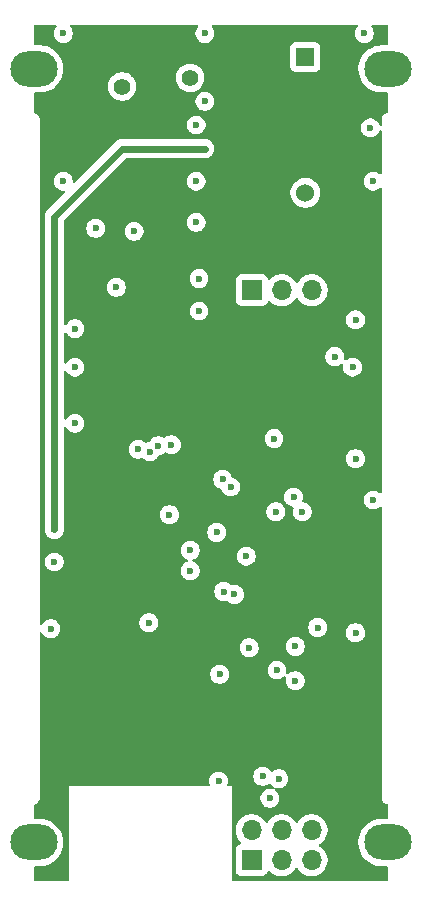
<source format=gbr>
%TF.GenerationSoftware,KiCad,Pcbnew,9.0.0*%
%TF.CreationDate,2025-06-23T21:15:42-05:00*%
%TF.ProjectId,ptSolar,7074536f-6c61-4722-9e6b-696361645f70,rev?*%
%TF.SameCoordinates,Original*%
%TF.FileFunction,Copper,L2,Inr*%
%TF.FilePolarity,Positive*%
%FSLAX46Y46*%
G04 Gerber Fmt 4.6, Leading zero omitted, Abs format (unit mm)*
G04 Created by KiCad (PCBNEW 9.0.0) date 2025-06-23 21:15:42*
%MOMM*%
%LPD*%
G01*
G04 APERTURE LIST*
%TA.AperFunction,ComponentPad*%
%ADD10O,4.000000X3.000000*%
%TD*%
%TA.AperFunction,ComponentPad*%
%ADD11C,1.400000*%
%TD*%
%TA.AperFunction,ComponentPad*%
%ADD12R,1.700000X1.700000*%
%TD*%
%TA.AperFunction,ComponentPad*%
%ADD13O,1.700000X1.700000*%
%TD*%
%TA.AperFunction,ComponentPad*%
%ADD14R,1.524000X1.524000*%
%TD*%
%TA.AperFunction,ComponentPad*%
%ADD15C,1.524000*%
%TD*%
%TA.AperFunction,ViaPad*%
%ADD16C,0.600000*%
%TD*%
%TA.AperFunction,Conductor*%
%ADD17C,0.600000*%
%TD*%
G04 APERTURE END LIST*
D10*
%TO.N,Net-(D1-A)*%
%TO.C,PV1*%
X137250000Y-72000000D03*
%TO.N,GND*%
X137250000Y-137500000D03*
%TD*%
D11*
%TO.N,GND*%
%TO.C,ANT2b1*%
X150500000Y-72750000D03*
%TD*%
D10*
%TO.N,Net-(D2-A)*%
%TO.C,PV2*%
X167250000Y-72000000D03*
%TO.N,GND*%
X167250000Y-137500000D03*
%TD*%
D11*
%TO.N,Net-(ANT2-In)*%
%TO.C,ANT2a1*%
X144750000Y-73500000D03*
%TD*%
D12*
%TO.N,MISO*%
%TO.C,J1*%
X155700000Y-139000000D03*
D13*
%TO.N,+BATT*%
X155700000Y-136460000D03*
%TO.N,SCK*%
X158240000Y-139000000D03*
%TO.N,MOSI*%
X158240000Y-136460000D03*
%TO.N,RESET*%
X160780000Y-139000000D03*
%TO.N,GND*%
X160780000Y-136460000D03*
%TD*%
D12*
%TO.N,Net-(J2-Pin_1)*%
%TO.C,J2*%
X155720000Y-90740000D03*
D13*
%TO.N,Net-(J2-Pin_2)*%
X158260000Y-90740000D03*
%TO.N,GND*%
X160800000Y-90740000D03*
%TD*%
D14*
%TO.N,Net-(D1-K)*%
%TO.C,C1*%
X160250000Y-71000000D03*
D15*
%TO.N,GND*%
X160250000Y-82500000D03*
%TD*%
D16*
%TO.N,+BATT*%
X139000000Y-105750000D03*
X139000000Y-96000000D03*
X151750000Y-78750000D03*
X166000000Y-81500000D03*
X139000000Y-100750000D03*
X166000000Y-108500000D03*
X139000000Y-111000000D03*
X139000000Y-92000000D03*
X139000000Y-88000000D03*
%TO.N,GND*%
X151000000Y-85000000D03*
X151000000Y-81500000D03*
X142500000Y-85500000D03*
X165250000Y-69000000D03*
X161300000Y-119300000D03*
X147000000Y-118900000D03*
X152900000Y-132300000D03*
X140750000Y-94000000D03*
X139750000Y-69000000D03*
X165750000Y-77000000D03*
X144250000Y-90500000D03*
X151250000Y-92500000D03*
X157600000Y-103300000D03*
X151750000Y-69000000D03*
X151250000Y-89750000D03*
X160000000Y-109500000D03*
X157750000Y-109500000D03*
X162750000Y-96360000D03*
X155250000Y-113250000D03*
X150500000Y-114500000D03*
X164500000Y-93250000D03*
X151000000Y-76750000D03*
X158000000Y-132100000D03*
X138700000Y-119400000D03*
X150500000Y-112750000D03*
X139000000Y-113750000D03*
X153000000Y-123250000D03*
X159400000Y-123800000D03*
%TO.N,MOSI*%
X157250000Y-133750000D03*
%TO.N,RESET*%
X156650000Y-131900000D03*
X152750000Y-111250000D03*
X155500000Y-121000000D03*
%TO.N,+3.3V*%
X140100000Y-126100000D03*
X148800000Y-119100000D03*
X163500000Y-135000000D03*
X151500000Y-114000000D03*
X158250000Y-118250000D03*
X148531250Y-86250000D03*
X146000000Y-106750000D03*
X146000000Y-97500000D03*
X147300000Y-101768750D03*
%TO.N,Net-(D1-K)*%
X139750000Y-81500000D03*
X151750000Y-74750000D03*
%TO.N,Net-(J2-Pin_2)*%
X153250000Y-106750000D03*
%TO.N,Net-(Q1-D)*%
X148912766Y-103814237D03*
X146100000Y-104200000D03*
%TO.N,Net-(Q3-D)*%
X140750000Y-97250000D03*
%TO.N,XMIT-TX*%
X147100000Y-104400000D03*
X153350000Y-116250000D03*
%TO.N,Net-(U3-MIC-IN)*%
X157850000Y-122900000D03*
%TO.N,Net-(U3-ANTENNA)*%
X145750000Y-85750000D03*
%TO.N,Net-(J2-Pin_1)*%
X153925735Y-107400000D03*
%TO.N,Net-(Q2-D)*%
X140750000Y-102000000D03*
%TO.N,XMIT-RX*%
X154250000Y-116500000D03*
X147800000Y-103900000D03*
%TO.N,Net-(Q4-C)*%
X164500000Y-105000000D03*
%TO.N,Net-(U3-HIGH{slash}LOW)*%
X164250000Y-97250000D03*
%TO.N,Net-(C15-Pad2)*%
X159250000Y-108250000D03*
X164500000Y-119750000D03*
%TO.N,XMIT-TX-AUDIO*%
X148750000Y-109750000D03*
X159400000Y-120900000D03*
%TD*%
D17*
%TO.N,+BATT*%
X139000000Y-84500000D02*
X139000000Y-96000000D01*
X139000000Y-105750000D02*
X139000000Y-111000000D01*
X139000000Y-100750000D02*
X139000000Y-105750000D01*
X151750000Y-78750000D02*
X144750000Y-78750000D01*
X139000000Y-96000000D02*
X139000000Y-100750000D01*
X144750000Y-78750000D02*
X139000000Y-84500000D01*
%TD*%
%TA.AperFunction,Conductor*%
%TO.N,+3.3V*%
G36*
X139135098Y-68270185D02*
G01*
X139180853Y-68322989D01*
X139190797Y-68392147D01*
X139161772Y-68455703D01*
X139155740Y-68462181D01*
X139128213Y-68489707D01*
X139128210Y-68489711D01*
X139040609Y-68620814D01*
X139040602Y-68620827D01*
X138980264Y-68766498D01*
X138980261Y-68766510D01*
X138949500Y-68921153D01*
X138949500Y-69078846D01*
X138980261Y-69233489D01*
X138980264Y-69233501D01*
X139040602Y-69379172D01*
X139040609Y-69379185D01*
X139128210Y-69510288D01*
X139128213Y-69510292D01*
X139239707Y-69621786D01*
X139239711Y-69621789D01*
X139370814Y-69709390D01*
X139370827Y-69709397D01*
X139454148Y-69743909D01*
X139516503Y-69769737D01*
X139671153Y-69800499D01*
X139671156Y-69800500D01*
X139671158Y-69800500D01*
X139828844Y-69800500D01*
X139828845Y-69800499D01*
X139983497Y-69769737D01*
X140129179Y-69709394D01*
X140260289Y-69621789D01*
X140371789Y-69510289D01*
X140459394Y-69379179D01*
X140519737Y-69233497D01*
X140550500Y-69078842D01*
X140550500Y-68921158D01*
X140550500Y-68921155D01*
X140550499Y-68921153D01*
X140519738Y-68766510D01*
X140519737Y-68766503D01*
X140501153Y-68721637D01*
X140459397Y-68620827D01*
X140459390Y-68620814D01*
X140371789Y-68489711D01*
X140371786Y-68489707D01*
X140344260Y-68462181D01*
X140310775Y-68400858D01*
X140315759Y-68331166D01*
X140357631Y-68275233D01*
X140423095Y-68250816D01*
X140431941Y-68250500D01*
X151068059Y-68250500D01*
X151135098Y-68270185D01*
X151180853Y-68322989D01*
X151190797Y-68392147D01*
X151161772Y-68455703D01*
X151155740Y-68462181D01*
X151128213Y-68489707D01*
X151128210Y-68489711D01*
X151040609Y-68620814D01*
X151040602Y-68620827D01*
X150980264Y-68766498D01*
X150980261Y-68766510D01*
X150949500Y-68921153D01*
X150949500Y-69078846D01*
X150980261Y-69233489D01*
X150980264Y-69233501D01*
X151040602Y-69379172D01*
X151040609Y-69379185D01*
X151128210Y-69510288D01*
X151128213Y-69510292D01*
X151239707Y-69621786D01*
X151239711Y-69621789D01*
X151370814Y-69709390D01*
X151370827Y-69709397D01*
X151454148Y-69743909D01*
X151516503Y-69769737D01*
X151671153Y-69800499D01*
X151671156Y-69800500D01*
X151671158Y-69800500D01*
X151828844Y-69800500D01*
X151828845Y-69800499D01*
X151983497Y-69769737D01*
X152129179Y-69709394D01*
X152260289Y-69621789D01*
X152371789Y-69510289D01*
X152459394Y-69379179D01*
X152519737Y-69233497D01*
X152550500Y-69078842D01*
X152550500Y-68921158D01*
X152550500Y-68921155D01*
X152550499Y-68921153D01*
X152519738Y-68766510D01*
X152519737Y-68766503D01*
X152501153Y-68721637D01*
X152459397Y-68620827D01*
X152459390Y-68620814D01*
X152371789Y-68489711D01*
X152371786Y-68489707D01*
X152344260Y-68462181D01*
X152310775Y-68400858D01*
X152315759Y-68331166D01*
X152357631Y-68275233D01*
X152423095Y-68250816D01*
X152431941Y-68250500D01*
X164568059Y-68250500D01*
X164635098Y-68270185D01*
X164680853Y-68322989D01*
X164690797Y-68392147D01*
X164661772Y-68455703D01*
X164655740Y-68462181D01*
X164628213Y-68489707D01*
X164628210Y-68489711D01*
X164540609Y-68620814D01*
X164540602Y-68620827D01*
X164480264Y-68766498D01*
X164480261Y-68766510D01*
X164449500Y-68921153D01*
X164449500Y-69078846D01*
X164480261Y-69233489D01*
X164480264Y-69233501D01*
X164540602Y-69379172D01*
X164540609Y-69379185D01*
X164628210Y-69510288D01*
X164628213Y-69510292D01*
X164739707Y-69621786D01*
X164739711Y-69621789D01*
X164870814Y-69709390D01*
X164870827Y-69709397D01*
X164954148Y-69743909D01*
X165016503Y-69769737D01*
X165171153Y-69800499D01*
X165171156Y-69800500D01*
X165171158Y-69800500D01*
X165328844Y-69800500D01*
X165328845Y-69800499D01*
X165483497Y-69769737D01*
X165629179Y-69709394D01*
X165760289Y-69621789D01*
X165871789Y-69510289D01*
X165959394Y-69379179D01*
X166019737Y-69233497D01*
X166050500Y-69078842D01*
X166050500Y-68921158D01*
X166050500Y-68921155D01*
X166050499Y-68921153D01*
X166019738Y-68766510D01*
X166019737Y-68766503D01*
X166001153Y-68721637D01*
X165959397Y-68620827D01*
X165959390Y-68620814D01*
X165871789Y-68489711D01*
X165871786Y-68489707D01*
X165844260Y-68462181D01*
X165810775Y-68400858D01*
X165815759Y-68331166D01*
X165857631Y-68275233D01*
X165923095Y-68250816D01*
X165931941Y-68250500D01*
X167126000Y-68250500D01*
X167193039Y-68270185D01*
X167238794Y-68322989D01*
X167250000Y-68374500D01*
X167250000Y-69875500D01*
X167230315Y-69942539D01*
X167177511Y-69988294D01*
X167126000Y-69999500D01*
X166618872Y-69999500D01*
X166387772Y-70029926D01*
X166358884Y-70033730D01*
X166105581Y-70101602D01*
X166105571Y-70101605D01*
X165863309Y-70201953D01*
X165863299Y-70201958D01*
X165636196Y-70333075D01*
X165428148Y-70492718D01*
X165242718Y-70678148D01*
X165083075Y-70886196D01*
X164951958Y-71113299D01*
X164951953Y-71113309D01*
X164851605Y-71355571D01*
X164851602Y-71355581D01*
X164791722Y-71579060D01*
X164783730Y-71608885D01*
X164749500Y-71868872D01*
X164749500Y-72131127D01*
X164766797Y-72262500D01*
X164783730Y-72391116D01*
X164851602Y-72644418D01*
X164851605Y-72644428D01*
X164951953Y-72886690D01*
X164951958Y-72886700D01*
X165083075Y-73113803D01*
X165242718Y-73321851D01*
X165242726Y-73321860D01*
X165428140Y-73507274D01*
X165428148Y-73507281D01*
X165636196Y-73666924D01*
X165863299Y-73798041D01*
X165863309Y-73798046D01*
X166019024Y-73862545D01*
X166105581Y-73898398D01*
X166358884Y-73966270D01*
X166618880Y-74000500D01*
X166618887Y-74000500D01*
X167126000Y-74000500D01*
X167193039Y-74020185D01*
X167238794Y-74072989D01*
X167250000Y-74124500D01*
X167250000Y-75636696D01*
X167230315Y-75703735D01*
X167177511Y-75749490D01*
X167158097Y-75756469D01*
X167116853Y-75767520D01*
X167056812Y-75783608D01*
X166942686Y-75849500D01*
X166942683Y-75849502D01*
X166849502Y-75942683D01*
X166849500Y-75942686D01*
X166783608Y-76056812D01*
X166749500Y-76184108D01*
X166749500Y-76697809D01*
X166729815Y-76764848D01*
X166677011Y-76810603D01*
X166607853Y-76820547D01*
X166544297Y-76791522D01*
X166510939Y-76745261D01*
X166459397Y-76620827D01*
X166459390Y-76620814D01*
X166371789Y-76489711D01*
X166371786Y-76489707D01*
X166260292Y-76378213D01*
X166260288Y-76378210D01*
X166129185Y-76290609D01*
X166129172Y-76290602D01*
X165983501Y-76230264D01*
X165983489Y-76230261D01*
X165828845Y-76199500D01*
X165828842Y-76199500D01*
X165671158Y-76199500D01*
X165671155Y-76199500D01*
X165516510Y-76230261D01*
X165516498Y-76230264D01*
X165370827Y-76290602D01*
X165370814Y-76290609D01*
X165239711Y-76378210D01*
X165239707Y-76378213D01*
X165128213Y-76489707D01*
X165128210Y-76489711D01*
X165040609Y-76620814D01*
X165040602Y-76620827D01*
X164980264Y-76766498D01*
X164980261Y-76766510D01*
X164949500Y-76921153D01*
X164949500Y-77078846D01*
X164980261Y-77233489D01*
X164980264Y-77233501D01*
X165040602Y-77379172D01*
X165040609Y-77379185D01*
X165128210Y-77510288D01*
X165128213Y-77510292D01*
X165239707Y-77621786D01*
X165239711Y-77621789D01*
X165370814Y-77709390D01*
X165370827Y-77709397D01*
X165516498Y-77769735D01*
X165516503Y-77769737D01*
X165671153Y-77800499D01*
X165671156Y-77800500D01*
X165671158Y-77800500D01*
X165828844Y-77800500D01*
X165828845Y-77800499D01*
X165983497Y-77769737D01*
X166129179Y-77709394D01*
X166260289Y-77621789D01*
X166371789Y-77510289D01*
X166459394Y-77379179D01*
X166508638Y-77260292D01*
X166510939Y-77254738D01*
X166554779Y-77200334D01*
X166621074Y-77178269D01*
X166688773Y-77195548D01*
X166736384Y-77246685D01*
X166749500Y-77302190D01*
X166749500Y-80818059D01*
X166729815Y-80885098D01*
X166677011Y-80930853D01*
X166607853Y-80940797D01*
X166544297Y-80911772D01*
X166537819Y-80905740D01*
X166510292Y-80878213D01*
X166510288Y-80878210D01*
X166379185Y-80790609D01*
X166379172Y-80790602D01*
X166233501Y-80730264D01*
X166233489Y-80730261D01*
X166078845Y-80699500D01*
X166078842Y-80699500D01*
X165921158Y-80699500D01*
X165921155Y-80699500D01*
X165766510Y-80730261D01*
X165766498Y-80730264D01*
X165620827Y-80790602D01*
X165620814Y-80790609D01*
X165489711Y-80878210D01*
X165489707Y-80878213D01*
X165378213Y-80989707D01*
X165378210Y-80989711D01*
X165290609Y-81120814D01*
X165290602Y-81120827D01*
X165230264Y-81266498D01*
X165230261Y-81266510D01*
X165199500Y-81421153D01*
X165199500Y-81578846D01*
X165230261Y-81733489D01*
X165230264Y-81733501D01*
X165290602Y-81879172D01*
X165290609Y-81879185D01*
X165378210Y-82010288D01*
X165378213Y-82010292D01*
X165489707Y-82121786D01*
X165489711Y-82121789D01*
X165620814Y-82209390D01*
X165620827Y-82209397D01*
X165766498Y-82269735D01*
X165766503Y-82269737D01*
X165921153Y-82300499D01*
X165921156Y-82300500D01*
X165921158Y-82300500D01*
X166078844Y-82300500D01*
X166078845Y-82300499D01*
X166233497Y-82269737D01*
X166379179Y-82209394D01*
X166510289Y-82121789D01*
X166510292Y-82121786D01*
X166537819Y-82094260D01*
X166599142Y-82060775D01*
X166668834Y-82065759D01*
X166724767Y-82107631D01*
X166749184Y-82173095D01*
X166749500Y-82181941D01*
X166749500Y-107818059D01*
X166729815Y-107885098D01*
X166677011Y-107930853D01*
X166607853Y-107940797D01*
X166544297Y-107911772D01*
X166537819Y-107905740D01*
X166510292Y-107878213D01*
X166510288Y-107878210D01*
X166379185Y-107790609D01*
X166379172Y-107790602D01*
X166233501Y-107730264D01*
X166233489Y-107730261D01*
X166078845Y-107699500D01*
X166078842Y-107699500D01*
X165921158Y-107699500D01*
X165921155Y-107699500D01*
X165766510Y-107730261D01*
X165766498Y-107730264D01*
X165620827Y-107790602D01*
X165620814Y-107790609D01*
X165489711Y-107878210D01*
X165489707Y-107878213D01*
X165378213Y-107989707D01*
X165378210Y-107989711D01*
X165290609Y-108120814D01*
X165290602Y-108120827D01*
X165230264Y-108266498D01*
X165230261Y-108266510D01*
X165199500Y-108421153D01*
X165199500Y-108578846D01*
X165230261Y-108733489D01*
X165230264Y-108733501D01*
X165290602Y-108879172D01*
X165290609Y-108879185D01*
X165378210Y-109010288D01*
X165378213Y-109010292D01*
X165489707Y-109121786D01*
X165489711Y-109121789D01*
X165620814Y-109209390D01*
X165620827Y-109209397D01*
X165694013Y-109239711D01*
X165766503Y-109269737D01*
X165921153Y-109300499D01*
X165921156Y-109300500D01*
X165921158Y-109300500D01*
X166078844Y-109300500D01*
X166078845Y-109300499D01*
X166233497Y-109269737D01*
X166379179Y-109209394D01*
X166510289Y-109121789D01*
X166511264Y-109120814D01*
X166537819Y-109094260D01*
X166599142Y-109060775D01*
X166668834Y-109065759D01*
X166724767Y-109107631D01*
X166749184Y-109173095D01*
X166749500Y-109181941D01*
X166749500Y-133684433D01*
X166749500Y-133816217D01*
X166752884Y-133828846D01*
X166783608Y-133943512D01*
X166806689Y-133983489D01*
X166849500Y-134057639D01*
X166942686Y-134150825D01*
X167056814Y-134216717D01*
X167158095Y-134243854D01*
X167217753Y-134280217D01*
X167248283Y-134343064D01*
X167250000Y-134363628D01*
X167250000Y-135375500D01*
X167230315Y-135442539D01*
X167177511Y-135488294D01*
X167126000Y-135499500D01*
X166618872Y-135499500D01*
X166387772Y-135529926D01*
X166358884Y-135533730D01*
X166105581Y-135601602D01*
X166105571Y-135601605D01*
X165863309Y-135701953D01*
X165863299Y-135701958D01*
X165636196Y-135833075D01*
X165428148Y-135992718D01*
X165242718Y-136178148D01*
X165083075Y-136386196D01*
X164951958Y-136613299D01*
X164951953Y-136613309D01*
X164851605Y-136855571D01*
X164851602Y-136855581D01*
X164783898Y-137108259D01*
X164783730Y-137108885D01*
X164749500Y-137368872D01*
X164749500Y-137631127D01*
X164776123Y-137833339D01*
X164783730Y-137891116D01*
X164845115Y-138120208D01*
X164851602Y-138144418D01*
X164851605Y-138144428D01*
X164951953Y-138386690D01*
X164951958Y-138386700D01*
X165083075Y-138613803D01*
X165242718Y-138821851D01*
X165242726Y-138821860D01*
X165428140Y-139007274D01*
X165428148Y-139007281D01*
X165636196Y-139166924D01*
X165863299Y-139298041D01*
X165863309Y-139298046D01*
X166105571Y-139398394D01*
X166105581Y-139398398D01*
X166358884Y-139466270D01*
X166618880Y-139500500D01*
X166618887Y-139500500D01*
X167126000Y-139500500D01*
X167193039Y-139520185D01*
X167238794Y-139572989D01*
X167250000Y-139624500D01*
X167250000Y-140625500D01*
X167230315Y-140692539D01*
X167177511Y-140738294D01*
X167126000Y-140749500D01*
X154124000Y-140749500D01*
X154056961Y-140729815D01*
X154011206Y-140677011D01*
X154000000Y-140625500D01*
X154000000Y-136353713D01*
X154349500Y-136353713D01*
X154349500Y-136566286D01*
X154369844Y-136694737D01*
X154382754Y-136776243D01*
X154447103Y-136974289D01*
X154448444Y-136978414D01*
X154544951Y-137167820D01*
X154669890Y-137339786D01*
X154783430Y-137453326D01*
X154816915Y-137514649D01*
X154811931Y-137584341D01*
X154770059Y-137640274D01*
X154739083Y-137657189D01*
X154607669Y-137706203D01*
X154607664Y-137706206D01*
X154492455Y-137792452D01*
X154492452Y-137792455D01*
X154406206Y-137907664D01*
X154406202Y-137907671D01*
X154355908Y-138042517D01*
X154349501Y-138102116D01*
X154349500Y-138102135D01*
X154349500Y-139897870D01*
X154349501Y-139897876D01*
X154355908Y-139957483D01*
X154406202Y-140092328D01*
X154406206Y-140092335D01*
X154492452Y-140207544D01*
X154492455Y-140207547D01*
X154607664Y-140293793D01*
X154607671Y-140293797D01*
X154742517Y-140344091D01*
X154742516Y-140344091D01*
X154749444Y-140344835D01*
X154802127Y-140350500D01*
X156597872Y-140350499D01*
X156657483Y-140344091D01*
X156792331Y-140293796D01*
X156907546Y-140207546D01*
X156993796Y-140092331D01*
X157042810Y-139960916D01*
X157084681Y-139904984D01*
X157150145Y-139880566D01*
X157218418Y-139895417D01*
X157246673Y-139916569D01*
X157360213Y-140030109D01*
X157532179Y-140155048D01*
X157532181Y-140155049D01*
X157532184Y-140155051D01*
X157721588Y-140251557D01*
X157923757Y-140317246D01*
X158133713Y-140350500D01*
X158133714Y-140350500D01*
X158346286Y-140350500D01*
X158346287Y-140350500D01*
X158556243Y-140317246D01*
X158758412Y-140251557D01*
X158947816Y-140155051D01*
X159034138Y-140092335D01*
X159119786Y-140030109D01*
X159119788Y-140030106D01*
X159119792Y-140030104D01*
X159270104Y-139879792D01*
X159270106Y-139879788D01*
X159270109Y-139879786D01*
X159395048Y-139707820D01*
X159395047Y-139707820D01*
X159395051Y-139707816D01*
X159399514Y-139699054D01*
X159447488Y-139648259D01*
X159515308Y-139631463D01*
X159581444Y-139653999D01*
X159620486Y-139699056D01*
X159624951Y-139707820D01*
X159749890Y-139879786D01*
X159900213Y-140030109D01*
X160072179Y-140155048D01*
X160072181Y-140155049D01*
X160072184Y-140155051D01*
X160261588Y-140251557D01*
X160463757Y-140317246D01*
X160673713Y-140350500D01*
X160673714Y-140350500D01*
X160886286Y-140350500D01*
X160886287Y-140350500D01*
X161096243Y-140317246D01*
X161298412Y-140251557D01*
X161487816Y-140155051D01*
X161574138Y-140092335D01*
X161659786Y-140030109D01*
X161659788Y-140030106D01*
X161659792Y-140030104D01*
X161810104Y-139879792D01*
X161810106Y-139879788D01*
X161810109Y-139879786D01*
X161935048Y-139707820D01*
X161935047Y-139707820D01*
X161935051Y-139707816D01*
X162031557Y-139518412D01*
X162097246Y-139316243D01*
X162130500Y-139106287D01*
X162130500Y-138893713D01*
X162097246Y-138683757D01*
X162031557Y-138481588D01*
X161935051Y-138292184D01*
X161935049Y-138292181D01*
X161935048Y-138292179D01*
X161810109Y-138120213D01*
X161659786Y-137969890D01*
X161487820Y-137844951D01*
X161487115Y-137844591D01*
X161479054Y-137840485D01*
X161428259Y-137792512D01*
X161411463Y-137724692D01*
X161433999Y-137658556D01*
X161479054Y-137619515D01*
X161487816Y-137615051D01*
X161577554Y-137549853D01*
X161659786Y-137490109D01*
X161659788Y-137490106D01*
X161659792Y-137490104D01*
X161810104Y-137339792D01*
X161810106Y-137339788D01*
X161810109Y-137339786D01*
X161935048Y-137167820D01*
X161935047Y-137167820D01*
X161935051Y-137167816D01*
X162031557Y-136978412D01*
X162097246Y-136776243D01*
X162130500Y-136566287D01*
X162130500Y-136353713D01*
X162097246Y-136143757D01*
X162031557Y-135941588D01*
X161935051Y-135752184D01*
X161935049Y-135752181D01*
X161935048Y-135752179D01*
X161810109Y-135580213D01*
X161659786Y-135429890D01*
X161487820Y-135304951D01*
X161298414Y-135208444D01*
X161298413Y-135208443D01*
X161298412Y-135208443D01*
X161096243Y-135142754D01*
X161096241Y-135142753D01*
X161096240Y-135142753D01*
X160934957Y-135117208D01*
X160886287Y-135109500D01*
X160673713Y-135109500D01*
X160625042Y-135117208D01*
X160463760Y-135142753D01*
X160261585Y-135208444D01*
X160072179Y-135304951D01*
X159900213Y-135429890D01*
X159749890Y-135580213D01*
X159624949Y-135752182D01*
X159620484Y-135760946D01*
X159572509Y-135811742D01*
X159504688Y-135828536D01*
X159438553Y-135805998D01*
X159399516Y-135760946D01*
X159395050Y-135752182D01*
X159270109Y-135580213D01*
X159119786Y-135429890D01*
X158947820Y-135304951D01*
X158758414Y-135208444D01*
X158758413Y-135208443D01*
X158758412Y-135208443D01*
X158556243Y-135142754D01*
X158556241Y-135142753D01*
X158556240Y-135142753D01*
X158394957Y-135117208D01*
X158346287Y-135109500D01*
X158133713Y-135109500D01*
X158085042Y-135117208D01*
X157923760Y-135142753D01*
X157721585Y-135208444D01*
X157532179Y-135304951D01*
X157360213Y-135429890D01*
X157209890Y-135580213D01*
X157084949Y-135752182D01*
X157080484Y-135760946D01*
X157032509Y-135811742D01*
X156964688Y-135828536D01*
X156898553Y-135805998D01*
X156859516Y-135760946D01*
X156855050Y-135752182D01*
X156730109Y-135580213D01*
X156579786Y-135429890D01*
X156407820Y-135304951D01*
X156218414Y-135208444D01*
X156218413Y-135208443D01*
X156218412Y-135208443D01*
X156016243Y-135142754D01*
X156016241Y-135142753D01*
X156016240Y-135142753D01*
X155854957Y-135117208D01*
X155806287Y-135109500D01*
X155593713Y-135109500D01*
X155545042Y-135117208D01*
X155383760Y-135142753D01*
X155181585Y-135208444D01*
X154992179Y-135304951D01*
X154820213Y-135429890D01*
X154669890Y-135580213D01*
X154544951Y-135752179D01*
X154448444Y-135941585D01*
X154382753Y-136143760D01*
X154349500Y-136353713D01*
X154000000Y-136353713D01*
X154000000Y-132750000D01*
X153765638Y-132750000D01*
X153698599Y-132730315D01*
X153652844Y-132677511D01*
X153642900Y-132608353D01*
X153651077Y-132578548D01*
X153669735Y-132533501D01*
X153669737Y-132533497D01*
X153700500Y-132378842D01*
X153700500Y-132221158D01*
X153700500Y-132221155D01*
X153700499Y-132221153D01*
X153669737Y-132066503D01*
X153650955Y-132021158D01*
X153609397Y-131920827D01*
X153609390Y-131920814D01*
X153584763Y-131883957D01*
X153542798Y-131821153D01*
X155849500Y-131821153D01*
X155849500Y-131978846D01*
X155880261Y-132133489D01*
X155880264Y-132133501D01*
X155940602Y-132279172D01*
X155940609Y-132279185D01*
X156028210Y-132410288D01*
X156028213Y-132410292D01*
X156139707Y-132521786D01*
X156139711Y-132521789D01*
X156270814Y-132609390D01*
X156270827Y-132609397D01*
X156364068Y-132648018D01*
X156416503Y-132669737D01*
X156571153Y-132700499D01*
X156571156Y-132700500D01*
X156571158Y-132700500D01*
X156728844Y-132700500D01*
X156728845Y-132700499D01*
X156883497Y-132669737D01*
X157029179Y-132609394D01*
X157160289Y-132521789D01*
X157160288Y-132521789D01*
X157165354Y-132518405D01*
X157166659Y-132520358D01*
X157221368Y-132497110D01*
X157290238Y-132508887D01*
X157338850Y-132551382D01*
X157378210Y-132610288D01*
X157378213Y-132610292D01*
X157489710Y-132721789D01*
X157524818Y-132745247D01*
X157569623Y-132798859D01*
X157578330Y-132868184D01*
X157548176Y-132931211D01*
X157488733Y-132967931D01*
X157431736Y-132969966D01*
X157328846Y-132949500D01*
X157328842Y-132949500D01*
X157171158Y-132949500D01*
X157171155Y-132949500D01*
X157016510Y-132980261D01*
X157016498Y-132980264D01*
X156870827Y-133040602D01*
X156870814Y-133040609D01*
X156739711Y-133128210D01*
X156739707Y-133128213D01*
X156628213Y-133239707D01*
X156628210Y-133239711D01*
X156540609Y-133370814D01*
X156540602Y-133370827D01*
X156480264Y-133516498D01*
X156480261Y-133516510D01*
X156449500Y-133671153D01*
X156449500Y-133828846D01*
X156480261Y-133983489D01*
X156480264Y-133983501D01*
X156540602Y-134129172D01*
X156540609Y-134129185D01*
X156628210Y-134260288D01*
X156628213Y-134260292D01*
X156739707Y-134371786D01*
X156739711Y-134371789D01*
X156870814Y-134459390D01*
X156870827Y-134459397D01*
X157016498Y-134519735D01*
X157016503Y-134519737D01*
X157171153Y-134550499D01*
X157171156Y-134550500D01*
X157171158Y-134550500D01*
X157328844Y-134550500D01*
X157328845Y-134550499D01*
X157483497Y-134519737D01*
X157629179Y-134459394D01*
X157760289Y-134371789D01*
X157871789Y-134260289D01*
X157959394Y-134129179D01*
X158019737Y-133983497D01*
X158050500Y-133828842D01*
X158050500Y-133671158D01*
X158050500Y-133671155D01*
X158050499Y-133671153D01*
X158019738Y-133516510D01*
X158019737Y-133516503D01*
X158004214Y-133479027D01*
X157959397Y-133370827D01*
X157959390Y-133370814D01*
X157871789Y-133239711D01*
X157871786Y-133239707D01*
X157760292Y-133128213D01*
X157760288Y-133128210D01*
X157725181Y-133104752D01*
X157680376Y-133051139D01*
X157671669Y-132981814D01*
X157701824Y-132918787D01*
X157761267Y-132882068D01*
X157818264Y-132880033D01*
X157921155Y-132900500D01*
X157921158Y-132900500D01*
X158078844Y-132900500D01*
X158078845Y-132900499D01*
X158233497Y-132869737D01*
X158379179Y-132809394D01*
X158510289Y-132721789D01*
X158621789Y-132610289D01*
X158709394Y-132479179D01*
X158769737Y-132333497D01*
X158800500Y-132178842D01*
X158800500Y-132021158D01*
X158800500Y-132021155D01*
X158800499Y-132021153D01*
X158769737Y-131866503D01*
X158737929Y-131789711D01*
X158709397Y-131720827D01*
X158709390Y-131720814D01*
X158621789Y-131589711D01*
X158621786Y-131589707D01*
X158510292Y-131478213D01*
X158510288Y-131478210D01*
X158379185Y-131390609D01*
X158379172Y-131390602D01*
X158233501Y-131330264D01*
X158233489Y-131330261D01*
X158078845Y-131299500D01*
X158078842Y-131299500D01*
X157921158Y-131299500D01*
X157921155Y-131299500D01*
X157766510Y-131330261D01*
X157766498Y-131330264D01*
X157620827Y-131390602D01*
X157620814Y-131390609D01*
X157484646Y-131481595D01*
X157483350Y-131479655D01*
X157428542Y-131502900D01*
X157359681Y-131491073D01*
X157311149Y-131448617D01*
X157271789Y-131389710D01*
X157160292Y-131278213D01*
X157160288Y-131278210D01*
X157029185Y-131190609D01*
X157029172Y-131190602D01*
X156883501Y-131130264D01*
X156883489Y-131130261D01*
X156728845Y-131099500D01*
X156728842Y-131099500D01*
X156571158Y-131099500D01*
X156571155Y-131099500D01*
X156416510Y-131130261D01*
X156416498Y-131130264D01*
X156270827Y-131190602D01*
X156270814Y-131190609D01*
X156139711Y-131278210D01*
X156139707Y-131278213D01*
X156028213Y-131389707D01*
X156028210Y-131389711D01*
X155940609Y-131520814D01*
X155940602Y-131520827D01*
X155880264Y-131666498D01*
X155880261Y-131666510D01*
X155849500Y-131821153D01*
X153542798Y-131821153D01*
X153521789Y-131789711D01*
X153521786Y-131789707D01*
X153410292Y-131678213D01*
X153410288Y-131678210D01*
X153279185Y-131590609D01*
X153279172Y-131590602D01*
X153133501Y-131530264D01*
X153133489Y-131530261D01*
X152978845Y-131499500D01*
X152978842Y-131499500D01*
X152821158Y-131499500D01*
X152821155Y-131499500D01*
X152666510Y-131530261D01*
X152666498Y-131530264D01*
X152520827Y-131590602D01*
X152520814Y-131590609D01*
X152389711Y-131678210D01*
X152389707Y-131678213D01*
X152278213Y-131789707D01*
X152278210Y-131789711D01*
X152190609Y-131920814D01*
X152190602Y-131920827D01*
X152130264Y-132066498D01*
X152130261Y-132066510D01*
X152099500Y-132221153D01*
X152099500Y-132378846D01*
X152130261Y-132533489D01*
X152130264Y-132533501D01*
X152148923Y-132578548D01*
X152156392Y-132648018D01*
X152125116Y-132710497D01*
X152065027Y-132746148D01*
X152034362Y-132750000D01*
X140250000Y-132750000D01*
X140250000Y-140625500D01*
X140230315Y-140692539D01*
X140177511Y-140738294D01*
X140126000Y-140749500D01*
X137374000Y-140749500D01*
X137306961Y-140729815D01*
X137261206Y-140677011D01*
X137250000Y-140625500D01*
X137250000Y-139624500D01*
X137269685Y-139557461D01*
X137322489Y-139511706D01*
X137374000Y-139500500D01*
X137881113Y-139500500D01*
X137881120Y-139500500D01*
X138141116Y-139466270D01*
X138394419Y-139398398D01*
X138636697Y-139298043D01*
X138863803Y-139166924D01*
X139071851Y-139007282D01*
X139071855Y-139007277D01*
X139071860Y-139007274D01*
X139257274Y-138821860D01*
X139257277Y-138821855D01*
X139257282Y-138821851D01*
X139416924Y-138613803D01*
X139548043Y-138386697D01*
X139555272Y-138369246D01*
X139648394Y-138144428D01*
X139648398Y-138144419D01*
X139716270Y-137891116D01*
X139750500Y-137631120D01*
X139750500Y-137368880D01*
X139716270Y-137108884D01*
X139648398Y-136855581D01*
X139615535Y-136776243D01*
X139548046Y-136613309D01*
X139548041Y-136613299D01*
X139416924Y-136386196D01*
X139257281Y-136178148D01*
X139257274Y-136178140D01*
X139071860Y-135992726D01*
X139071851Y-135992718D01*
X138863803Y-135833075D01*
X138636700Y-135701958D01*
X138636690Y-135701953D01*
X138394428Y-135601605D01*
X138394421Y-135601603D01*
X138394419Y-135601602D01*
X138141116Y-135533730D01*
X138083339Y-135526123D01*
X137881127Y-135499500D01*
X137881120Y-135499500D01*
X137374000Y-135499500D01*
X137306961Y-135479815D01*
X137261206Y-135427011D01*
X137250000Y-135375500D01*
X137250000Y-134363303D01*
X137269685Y-134296264D01*
X137322489Y-134250509D01*
X137341895Y-134243532D01*
X137443186Y-134216392D01*
X137557314Y-134150500D01*
X137650500Y-134057314D01*
X137716392Y-133943186D01*
X137750500Y-133815892D01*
X137750500Y-133684108D01*
X137750500Y-123171153D01*
X152199500Y-123171153D01*
X152199500Y-123328846D01*
X152230261Y-123483489D01*
X152230264Y-123483501D01*
X152290602Y-123629172D01*
X152290609Y-123629185D01*
X152378210Y-123760288D01*
X152378213Y-123760292D01*
X152489707Y-123871786D01*
X152489711Y-123871789D01*
X152620814Y-123959390D01*
X152620827Y-123959397D01*
X152766498Y-124019735D01*
X152766503Y-124019737D01*
X152921153Y-124050499D01*
X152921156Y-124050500D01*
X152921158Y-124050500D01*
X153078844Y-124050500D01*
X153078845Y-124050499D01*
X153233497Y-124019737D01*
X153379179Y-123959394D01*
X153510289Y-123871789D01*
X153621789Y-123760289D01*
X153709394Y-123629179D01*
X153769737Y-123483497D01*
X153800500Y-123328842D01*
X153800500Y-123171158D01*
X153800500Y-123171155D01*
X153800499Y-123171153D01*
X153797970Y-123158439D01*
X153769737Y-123016503D01*
X153754138Y-122978844D01*
X153709394Y-122870820D01*
X153676207Y-122821153D01*
X157049500Y-122821153D01*
X157049500Y-122978846D01*
X157080261Y-123133489D01*
X157080264Y-123133501D01*
X157140602Y-123279172D01*
X157140609Y-123279185D01*
X157228210Y-123410288D01*
X157228213Y-123410292D01*
X157339707Y-123521786D01*
X157339711Y-123521789D01*
X157470814Y-123609390D01*
X157470827Y-123609397D01*
X157616498Y-123669735D01*
X157616503Y-123669737D01*
X157771153Y-123700499D01*
X157771156Y-123700500D01*
X157771158Y-123700500D01*
X157928844Y-123700500D01*
X157928845Y-123700499D01*
X158083497Y-123669737D01*
X158229179Y-123609394D01*
X158360289Y-123521789D01*
X158419355Y-123462722D01*
X158480676Y-123429239D01*
X158550368Y-123434223D01*
X158606302Y-123476094D01*
X158630719Y-123541558D01*
X158628652Y-123574596D01*
X158599500Y-123721153D01*
X158599500Y-123878846D01*
X158630261Y-124033489D01*
X158630264Y-124033501D01*
X158690602Y-124179172D01*
X158690609Y-124179185D01*
X158778210Y-124310288D01*
X158778213Y-124310292D01*
X158889707Y-124421786D01*
X158889711Y-124421789D01*
X159020814Y-124509390D01*
X159020827Y-124509397D01*
X159166498Y-124569735D01*
X159166503Y-124569737D01*
X159321153Y-124600499D01*
X159321156Y-124600500D01*
X159321158Y-124600500D01*
X159478844Y-124600500D01*
X159478845Y-124600499D01*
X159633497Y-124569737D01*
X159779179Y-124509394D01*
X159910289Y-124421789D01*
X160021789Y-124310289D01*
X160109394Y-124179179D01*
X160169737Y-124033497D01*
X160200500Y-123878842D01*
X160200500Y-123721158D01*
X160200500Y-123721155D01*
X160200499Y-123721153D01*
X160182204Y-123629179D01*
X160169737Y-123566503D01*
X160159405Y-123541558D01*
X160109397Y-123420827D01*
X160109390Y-123420814D01*
X160021789Y-123289711D01*
X160021786Y-123289707D01*
X159910292Y-123178213D01*
X159910288Y-123178210D01*
X159779185Y-123090609D01*
X159779172Y-123090602D01*
X159633501Y-123030264D01*
X159633489Y-123030261D01*
X159478845Y-122999500D01*
X159478842Y-122999500D01*
X159321158Y-122999500D01*
X159321155Y-122999500D01*
X159166510Y-123030261D01*
X159166498Y-123030264D01*
X159020827Y-123090602D01*
X159020814Y-123090609D01*
X158889711Y-123178210D01*
X158830645Y-123237276D01*
X158769321Y-123270760D01*
X158699630Y-123265775D01*
X158643696Y-123223904D01*
X158619280Y-123158439D01*
X158621347Y-123125402D01*
X158650500Y-122978844D01*
X158650500Y-122821155D01*
X158650499Y-122821153D01*
X158619738Y-122666510D01*
X158619737Y-122666503D01*
X158603876Y-122628210D01*
X158559397Y-122520827D01*
X158559390Y-122520814D01*
X158471789Y-122389711D01*
X158471786Y-122389707D01*
X158360292Y-122278213D01*
X158360288Y-122278210D01*
X158229185Y-122190609D01*
X158229172Y-122190602D01*
X158083501Y-122130264D01*
X158083489Y-122130261D01*
X157928845Y-122099500D01*
X157928842Y-122099500D01*
X157771158Y-122099500D01*
X157771155Y-122099500D01*
X157616510Y-122130261D01*
X157616498Y-122130264D01*
X157470827Y-122190602D01*
X157470814Y-122190609D01*
X157339711Y-122278210D01*
X157339707Y-122278213D01*
X157228213Y-122389707D01*
X157228210Y-122389711D01*
X157140609Y-122520814D01*
X157140602Y-122520827D01*
X157080264Y-122666498D01*
X157080261Y-122666510D01*
X157049500Y-122821153D01*
X153676207Y-122821153D01*
X153621789Y-122739711D01*
X153621786Y-122739707D01*
X153510292Y-122628213D01*
X153510288Y-122628210D01*
X153379185Y-122540609D01*
X153379172Y-122540602D01*
X153233501Y-122480264D01*
X153233489Y-122480261D01*
X153078845Y-122449500D01*
X153078842Y-122449500D01*
X152921158Y-122449500D01*
X152921155Y-122449500D01*
X152766510Y-122480261D01*
X152766498Y-122480264D01*
X152620827Y-122540602D01*
X152620814Y-122540609D01*
X152489711Y-122628210D01*
X152489707Y-122628213D01*
X152378213Y-122739707D01*
X152378210Y-122739711D01*
X152290609Y-122870814D01*
X152290602Y-122870827D01*
X152230264Y-123016498D01*
X152230261Y-123016510D01*
X152199500Y-123171153D01*
X137750500Y-123171153D01*
X137750500Y-120921153D01*
X154699500Y-120921153D01*
X154699500Y-121078846D01*
X154730261Y-121233489D01*
X154730264Y-121233501D01*
X154790602Y-121379172D01*
X154790609Y-121379185D01*
X154878210Y-121510288D01*
X154878213Y-121510292D01*
X154989707Y-121621786D01*
X154989711Y-121621789D01*
X155120814Y-121709390D01*
X155120827Y-121709397D01*
X155266498Y-121769735D01*
X155266503Y-121769737D01*
X155421153Y-121800499D01*
X155421156Y-121800500D01*
X155421158Y-121800500D01*
X155578844Y-121800500D01*
X155578845Y-121800499D01*
X155733497Y-121769737D01*
X155879179Y-121709394D01*
X156010289Y-121621789D01*
X156121789Y-121510289D01*
X156209394Y-121379179D01*
X156269737Y-121233497D01*
X156300500Y-121078842D01*
X156300500Y-120921158D01*
X156300500Y-120921155D01*
X156284209Y-120839258D01*
X156284209Y-120839257D01*
X156280608Y-120821153D01*
X158599500Y-120821153D01*
X158599500Y-120978846D01*
X158630261Y-121133489D01*
X158630264Y-121133501D01*
X158690602Y-121279172D01*
X158690609Y-121279185D01*
X158778210Y-121410288D01*
X158778213Y-121410292D01*
X158889707Y-121521786D01*
X158889711Y-121521789D01*
X159020814Y-121609390D01*
X159020827Y-121609397D01*
X159166498Y-121669735D01*
X159166503Y-121669737D01*
X159321153Y-121700499D01*
X159321156Y-121700500D01*
X159321158Y-121700500D01*
X159478844Y-121700500D01*
X159478845Y-121700499D01*
X159633497Y-121669737D01*
X159779179Y-121609394D01*
X159910289Y-121521789D01*
X160021789Y-121410289D01*
X160109394Y-121279179D01*
X160169737Y-121133497D01*
X160200500Y-120978842D01*
X160200500Y-120821158D01*
X160200500Y-120821155D01*
X160200499Y-120821153D01*
X160169738Y-120666510D01*
X160169737Y-120666503D01*
X160150812Y-120620814D01*
X160109397Y-120520827D01*
X160109390Y-120520814D01*
X160021789Y-120389711D01*
X160021786Y-120389707D01*
X159910292Y-120278213D01*
X159910288Y-120278210D01*
X159779185Y-120190609D01*
X159779172Y-120190602D01*
X159633501Y-120130264D01*
X159633489Y-120130261D01*
X159478845Y-120099500D01*
X159478842Y-120099500D01*
X159321158Y-120099500D01*
X159321155Y-120099500D01*
X159166510Y-120130261D01*
X159166498Y-120130264D01*
X159020827Y-120190602D01*
X159020814Y-120190609D01*
X158889711Y-120278210D01*
X158889707Y-120278213D01*
X158778213Y-120389707D01*
X158778210Y-120389711D01*
X158690609Y-120520814D01*
X158690602Y-120520827D01*
X158630264Y-120666498D01*
X158630261Y-120666510D01*
X158599500Y-120821153D01*
X156280608Y-120821153D01*
X156269738Y-120766510D01*
X156269737Y-120766503D01*
X156228314Y-120666498D01*
X156209397Y-120620827D01*
X156209390Y-120620814D01*
X156121789Y-120489711D01*
X156121786Y-120489707D01*
X156010292Y-120378213D01*
X156010288Y-120378210D01*
X155879185Y-120290609D01*
X155879172Y-120290602D01*
X155733501Y-120230264D01*
X155733489Y-120230261D01*
X155578845Y-120199500D01*
X155578842Y-120199500D01*
X155421158Y-120199500D01*
X155421155Y-120199500D01*
X155266510Y-120230261D01*
X155266498Y-120230264D01*
X155120827Y-120290602D01*
X155120814Y-120290609D01*
X154989711Y-120378210D01*
X154989707Y-120378213D01*
X154878213Y-120489707D01*
X154878210Y-120489711D01*
X154790609Y-120620814D01*
X154790602Y-120620827D01*
X154730264Y-120766498D01*
X154730261Y-120766510D01*
X154699500Y-120921153D01*
X137750500Y-120921153D01*
X137750500Y-119822902D01*
X137770185Y-119755863D01*
X137822989Y-119710108D01*
X137892147Y-119700164D01*
X137955703Y-119729189D01*
X137989062Y-119775451D01*
X137990605Y-119779178D01*
X137990609Y-119779185D01*
X138078210Y-119910288D01*
X138078213Y-119910292D01*
X138189707Y-120021786D01*
X138189711Y-120021789D01*
X138320814Y-120109390D01*
X138320827Y-120109397D01*
X138466498Y-120169735D01*
X138466503Y-120169737D01*
X138616131Y-120199500D01*
X138621153Y-120200499D01*
X138621156Y-120200500D01*
X138621158Y-120200500D01*
X138778844Y-120200500D01*
X138778845Y-120200499D01*
X138933497Y-120169737D01*
X139079179Y-120109394D01*
X139210289Y-120021789D01*
X139321789Y-119910289D01*
X139409394Y-119779179D01*
X139469737Y-119633497D01*
X139500500Y-119478842D01*
X139500500Y-119321158D01*
X139500500Y-119321155D01*
X139500499Y-119321153D01*
X139484298Y-119239707D01*
X139469737Y-119166503D01*
X139453876Y-119128210D01*
X139409397Y-119020827D01*
X139409390Y-119020814D01*
X139321790Y-118889712D01*
X139321784Y-118889705D01*
X139253232Y-118821153D01*
X146199500Y-118821153D01*
X146199500Y-118978846D01*
X146230261Y-119133489D01*
X146230264Y-119133501D01*
X146290602Y-119279172D01*
X146290609Y-119279185D01*
X146378210Y-119410288D01*
X146378213Y-119410292D01*
X146489707Y-119521786D01*
X146489711Y-119521789D01*
X146620814Y-119609390D01*
X146620827Y-119609397D01*
X146766498Y-119669735D01*
X146766503Y-119669737D01*
X146919469Y-119700164D01*
X146921153Y-119700499D01*
X146921156Y-119700500D01*
X146921158Y-119700500D01*
X147078844Y-119700500D01*
X147078845Y-119700499D01*
X147233497Y-119669737D01*
X147359334Y-119617614D01*
X147379172Y-119609397D01*
X147379172Y-119609396D01*
X147379179Y-119609394D01*
X147510289Y-119521789D01*
X147621789Y-119410289D01*
X147709394Y-119279179D01*
X147733429Y-119221153D01*
X160499500Y-119221153D01*
X160499500Y-119378846D01*
X160530261Y-119533489D01*
X160530264Y-119533501D01*
X160590602Y-119679172D01*
X160590609Y-119679185D01*
X160678210Y-119810288D01*
X160678213Y-119810292D01*
X160789707Y-119921786D01*
X160789711Y-119921789D01*
X160920814Y-120009390D01*
X160920827Y-120009397D01*
X161066498Y-120069735D01*
X161066503Y-120069737D01*
X161216131Y-120099500D01*
X161221153Y-120100499D01*
X161221156Y-120100500D01*
X161221158Y-120100500D01*
X161378844Y-120100500D01*
X161378845Y-120100499D01*
X161533497Y-120069737D01*
X161679179Y-120009394D01*
X161810289Y-119921789D01*
X161921789Y-119810289D01*
X162009394Y-119679179D01*
X162009395Y-119679176D01*
X162009397Y-119679173D01*
X162012719Y-119671153D01*
X163699500Y-119671153D01*
X163699500Y-119828846D01*
X163730261Y-119983489D01*
X163730264Y-119983501D01*
X163790602Y-120129172D01*
X163790609Y-120129185D01*
X163878210Y-120260288D01*
X163878213Y-120260292D01*
X163989707Y-120371786D01*
X163989711Y-120371789D01*
X164120814Y-120459390D01*
X164120827Y-120459397D01*
X164194013Y-120489711D01*
X164266503Y-120519737D01*
X164421153Y-120550499D01*
X164421156Y-120550500D01*
X164421158Y-120550500D01*
X164578844Y-120550500D01*
X164578845Y-120550499D01*
X164733497Y-120519737D01*
X164879179Y-120459394D01*
X165010289Y-120371789D01*
X165121789Y-120260289D01*
X165209394Y-120129179D01*
X165269737Y-119983497D01*
X165300500Y-119828842D01*
X165300500Y-119671158D01*
X165300500Y-119671155D01*
X165300499Y-119671153D01*
X165300217Y-119669735D01*
X165269737Y-119516503D01*
X165254138Y-119478844D01*
X165209397Y-119370827D01*
X165209390Y-119370814D01*
X165121789Y-119239711D01*
X165121786Y-119239707D01*
X165010292Y-119128213D01*
X165010288Y-119128210D01*
X164879185Y-119040609D01*
X164879172Y-119040602D01*
X164733501Y-118980264D01*
X164733489Y-118980261D01*
X164578845Y-118949500D01*
X164578842Y-118949500D01*
X164421158Y-118949500D01*
X164421155Y-118949500D01*
X164266510Y-118980261D01*
X164266498Y-118980264D01*
X164120827Y-119040602D01*
X164120814Y-119040609D01*
X163989711Y-119128210D01*
X163989707Y-119128213D01*
X163878213Y-119239707D01*
X163878210Y-119239711D01*
X163790609Y-119370814D01*
X163790602Y-119370827D01*
X163730264Y-119516498D01*
X163730261Y-119516510D01*
X163699500Y-119671153D01*
X162012719Y-119671153D01*
X162034895Y-119617614D01*
X162034895Y-119617613D01*
X162038298Y-119609397D01*
X162069737Y-119533497D01*
X162100500Y-119378842D01*
X162100500Y-119221158D01*
X162100500Y-119221155D01*
X162100499Y-119221153D01*
X162082012Y-119128213D01*
X162069737Y-119066503D01*
X162069735Y-119066498D01*
X162009397Y-118920827D01*
X162009390Y-118920814D01*
X161921789Y-118789711D01*
X161921786Y-118789707D01*
X161810292Y-118678213D01*
X161810288Y-118678210D01*
X161679185Y-118590609D01*
X161679172Y-118590602D01*
X161533501Y-118530264D01*
X161533489Y-118530261D01*
X161378845Y-118499500D01*
X161378842Y-118499500D01*
X161221158Y-118499500D01*
X161221155Y-118499500D01*
X161066510Y-118530261D01*
X161066498Y-118530264D01*
X160920827Y-118590602D01*
X160920814Y-118590609D01*
X160789711Y-118678210D01*
X160789707Y-118678213D01*
X160678213Y-118789707D01*
X160678210Y-118789711D01*
X160590609Y-118920814D01*
X160590602Y-118920827D01*
X160530264Y-119066498D01*
X160530261Y-119066510D01*
X160499500Y-119221153D01*
X147733429Y-119221153D01*
X147755603Y-119167621D01*
X147755605Y-119167614D01*
X147769737Y-119133497D01*
X147800500Y-118978842D01*
X147800500Y-118821158D01*
X147800500Y-118821155D01*
X147800499Y-118821153D01*
X147774531Y-118690606D01*
X147769737Y-118666503D01*
X147769735Y-118666498D01*
X147709397Y-118520827D01*
X147709390Y-118520814D01*
X147621789Y-118389711D01*
X147621786Y-118389707D01*
X147510292Y-118278213D01*
X147510288Y-118278210D01*
X147379185Y-118190609D01*
X147379172Y-118190602D01*
X147233501Y-118130264D01*
X147233489Y-118130261D01*
X147078845Y-118099500D01*
X147078842Y-118099500D01*
X146921158Y-118099500D01*
X146921155Y-118099500D01*
X146766510Y-118130261D01*
X146766498Y-118130264D01*
X146620827Y-118190602D01*
X146620814Y-118190609D01*
X146489711Y-118278210D01*
X146489707Y-118278213D01*
X146378213Y-118389707D01*
X146378210Y-118389711D01*
X146290609Y-118520814D01*
X146290602Y-118520827D01*
X146230264Y-118666498D01*
X146230261Y-118666510D01*
X146199500Y-118821153D01*
X139253232Y-118821153D01*
X139210292Y-118778213D01*
X139210288Y-118778210D01*
X139079185Y-118690609D01*
X139079172Y-118690602D01*
X138933501Y-118630264D01*
X138933489Y-118630261D01*
X138778845Y-118599500D01*
X138778842Y-118599500D01*
X138621158Y-118599500D01*
X138621155Y-118599500D01*
X138466510Y-118630261D01*
X138466498Y-118630264D01*
X138320827Y-118690602D01*
X138320814Y-118690609D01*
X138189711Y-118778210D01*
X138189707Y-118778213D01*
X138078213Y-118889707D01*
X138078210Y-118889711D01*
X137990609Y-119020814D01*
X137990603Y-119020826D01*
X137989060Y-119024552D01*
X137945218Y-119078954D01*
X137878924Y-119101018D01*
X137811225Y-119083738D01*
X137763615Y-119032599D01*
X137750500Y-118977097D01*
X137750500Y-116171153D01*
X152549500Y-116171153D01*
X152549500Y-116328846D01*
X152580261Y-116483489D01*
X152580264Y-116483501D01*
X152640602Y-116629172D01*
X152640609Y-116629185D01*
X152728210Y-116760288D01*
X152728213Y-116760292D01*
X152839707Y-116871786D01*
X152839711Y-116871789D01*
X152970814Y-116959390D01*
X152970827Y-116959397D01*
X153116498Y-117019735D01*
X153116503Y-117019737D01*
X153271153Y-117050499D01*
X153271156Y-117050500D01*
X153271158Y-117050500D01*
X153428844Y-117050500D01*
X153428845Y-117050499D01*
X153465803Y-117043147D01*
X153563667Y-117023682D01*
X153633258Y-117029909D01*
X153675539Y-117057618D01*
X153739707Y-117121786D01*
X153739711Y-117121789D01*
X153870814Y-117209390D01*
X153870827Y-117209397D01*
X154016498Y-117269735D01*
X154016503Y-117269737D01*
X154171153Y-117300499D01*
X154171156Y-117300500D01*
X154171158Y-117300500D01*
X154328844Y-117300500D01*
X154328845Y-117300499D01*
X154483497Y-117269737D01*
X154629179Y-117209394D01*
X154760289Y-117121789D01*
X154871789Y-117010289D01*
X154959394Y-116879179D01*
X155019737Y-116733497D01*
X155050500Y-116578842D01*
X155050500Y-116421158D01*
X155050500Y-116421155D01*
X155050499Y-116421153D01*
X155019738Y-116266510D01*
X155019737Y-116266503D01*
X154980242Y-116171153D01*
X154959397Y-116120827D01*
X154959390Y-116120814D01*
X154871789Y-115989711D01*
X154871786Y-115989707D01*
X154760292Y-115878213D01*
X154760288Y-115878210D01*
X154629185Y-115790609D01*
X154629172Y-115790602D01*
X154483501Y-115730264D01*
X154483489Y-115730261D01*
X154328845Y-115699500D01*
X154328842Y-115699500D01*
X154171158Y-115699500D01*
X154171155Y-115699500D01*
X154036333Y-115726318D01*
X153966742Y-115720091D01*
X153924461Y-115692382D01*
X153860292Y-115628213D01*
X153860288Y-115628210D01*
X153729185Y-115540609D01*
X153729172Y-115540602D01*
X153583501Y-115480264D01*
X153583489Y-115480261D01*
X153428845Y-115449500D01*
X153428842Y-115449500D01*
X153271158Y-115449500D01*
X153271155Y-115449500D01*
X153116510Y-115480261D01*
X153116498Y-115480264D01*
X152970827Y-115540602D01*
X152970814Y-115540609D01*
X152839711Y-115628210D01*
X152839707Y-115628213D01*
X152728213Y-115739707D01*
X152728210Y-115739711D01*
X152640609Y-115870814D01*
X152640602Y-115870827D01*
X152580264Y-116016498D01*
X152580261Y-116016510D01*
X152549500Y-116171153D01*
X137750500Y-116171153D01*
X137750500Y-113671153D01*
X138199500Y-113671153D01*
X138199500Y-113828846D01*
X138230261Y-113983489D01*
X138230264Y-113983501D01*
X138290602Y-114129172D01*
X138290609Y-114129185D01*
X138378210Y-114260288D01*
X138378213Y-114260292D01*
X138489707Y-114371786D01*
X138489711Y-114371789D01*
X138620814Y-114459390D01*
X138620827Y-114459397D01*
X138766498Y-114519735D01*
X138766503Y-114519737D01*
X138921153Y-114550499D01*
X138921156Y-114550500D01*
X138921158Y-114550500D01*
X139078844Y-114550500D01*
X139078845Y-114550499D01*
X139233497Y-114519737D01*
X139379179Y-114459394D01*
X139510289Y-114371789D01*
X139621789Y-114260289D01*
X139709394Y-114129179D01*
X139712854Y-114120827D01*
X139741984Y-114050499D01*
X139769737Y-113983497D01*
X139800500Y-113828842D01*
X139800500Y-113671158D01*
X139800500Y-113671155D01*
X139800499Y-113671153D01*
X139790438Y-113620574D01*
X139769737Y-113516503D01*
X139709794Y-113371786D01*
X139709397Y-113370827D01*
X139709390Y-113370814D01*
X139621789Y-113239711D01*
X139621786Y-113239707D01*
X139510292Y-113128213D01*
X139510288Y-113128210D01*
X139379185Y-113040609D01*
X139379172Y-113040602D01*
X139233501Y-112980264D01*
X139233489Y-112980261D01*
X139078845Y-112949500D01*
X139078842Y-112949500D01*
X138921158Y-112949500D01*
X138921155Y-112949500D01*
X138766510Y-112980261D01*
X138766498Y-112980264D01*
X138620827Y-113040602D01*
X138620814Y-113040609D01*
X138489711Y-113128210D01*
X138489707Y-113128213D01*
X138378213Y-113239707D01*
X138378210Y-113239711D01*
X138290609Y-113370814D01*
X138290602Y-113370827D01*
X138230264Y-113516498D01*
X138230261Y-113516510D01*
X138199500Y-113671153D01*
X137750500Y-113671153D01*
X137750500Y-112671153D01*
X149699500Y-112671153D01*
X149699500Y-112828846D01*
X149730261Y-112983489D01*
X149730264Y-112983501D01*
X149790602Y-113129172D01*
X149790609Y-113129185D01*
X149878210Y-113260288D01*
X149878213Y-113260292D01*
X149989707Y-113371786D01*
X149989711Y-113371789D01*
X150120814Y-113459390D01*
X150120827Y-113459397D01*
X150244054Y-113510439D01*
X150298458Y-113554280D01*
X150320523Y-113620574D01*
X150303244Y-113688273D01*
X150252107Y-113735884D01*
X150244054Y-113739561D01*
X150120827Y-113790602D01*
X150120814Y-113790609D01*
X149989711Y-113878210D01*
X149989707Y-113878213D01*
X149878213Y-113989707D01*
X149878210Y-113989711D01*
X149790609Y-114120814D01*
X149790602Y-114120827D01*
X149730264Y-114266498D01*
X149730261Y-114266510D01*
X149699500Y-114421153D01*
X149699500Y-114578846D01*
X149730261Y-114733489D01*
X149730264Y-114733501D01*
X149790602Y-114879172D01*
X149790609Y-114879185D01*
X149878210Y-115010288D01*
X149878213Y-115010292D01*
X149989707Y-115121786D01*
X149989711Y-115121789D01*
X150120814Y-115209390D01*
X150120827Y-115209397D01*
X150266498Y-115269735D01*
X150266503Y-115269737D01*
X150421153Y-115300499D01*
X150421156Y-115300500D01*
X150421158Y-115300500D01*
X150578844Y-115300500D01*
X150578845Y-115300499D01*
X150733497Y-115269737D01*
X150879179Y-115209394D01*
X151010289Y-115121789D01*
X151121789Y-115010289D01*
X151209394Y-114879179D01*
X151269737Y-114733497D01*
X151300500Y-114578842D01*
X151300500Y-114421158D01*
X151300500Y-114421155D01*
X151300499Y-114421153D01*
X151269738Y-114266510D01*
X151269737Y-114266503D01*
X151267163Y-114260288D01*
X151209397Y-114120827D01*
X151209390Y-114120814D01*
X151121789Y-113989711D01*
X151121786Y-113989707D01*
X151010292Y-113878213D01*
X151010288Y-113878210D01*
X150879185Y-113790609D01*
X150879172Y-113790602D01*
X150755945Y-113739561D01*
X150701541Y-113695721D01*
X150679476Y-113629427D01*
X150696755Y-113561727D01*
X150747892Y-113514116D01*
X150755945Y-113510439D01*
X150879172Y-113459397D01*
X150879172Y-113459396D01*
X150879179Y-113459394D01*
X151010289Y-113371789D01*
X151121789Y-113260289D01*
X151181348Y-113171153D01*
X154449500Y-113171153D01*
X154449500Y-113328846D01*
X154480261Y-113483489D01*
X154480264Y-113483501D01*
X154540602Y-113629172D01*
X154540609Y-113629185D01*
X154628210Y-113760288D01*
X154628213Y-113760292D01*
X154739707Y-113871786D01*
X154739711Y-113871789D01*
X154870814Y-113959390D01*
X154870827Y-113959397D01*
X154944013Y-113989711D01*
X155016503Y-114019737D01*
X155171153Y-114050499D01*
X155171156Y-114050500D01*
X155171158Y-114050500D01*
X155328844Y-114050500D01*
X155328845Y-114050499D01*
X155483497Y-114019737D01*
X155629179Y-113959394D01*
X155760289Y-113871789D01*
X155871789Y-113760289D01*
X155959394Y-113629179D01*
X156019737Y-113483497D01*
X156050500Y-113328842D01*
X156050500Y-113171158D01*
X156050500Y-113171155D01*
X156050499Y-113171153D01*
X156024531Y-113040606D01*
X156019737Y-113016503D01*
X156006062Y-112983489D01*
X155959397Y-112870827D01*
X155959390Y-112870814D01*
X155871789Y-112739711D01*
X155871786Y-112739707D01*
X155760292Y-112628213D01*
X155760288Y-112628210D01*
X155629185Y-112540609D01*
X155629172Y-112540602D01*
X155483501Y-112480264D01*
X155483489Y-112480261D01*
X155328845Y-112449500D01*
X155328842Y-112449500D01*
X155171158Y-112449500D01*
X155171155Y-112449500D01*
X155016510Y-112480261D01*
X155016498Y-112480264D01*
X154870827Y-112540602D01*
X154870814Y-112540609D01*
X154739711Y-112628210D01*
X154739707Y-112628213D01*
X154628213Y-112739707D01*
X154628210Y-112739711D01*
X154540609Y-112870814D01*
X154540602Y-112870827D01*
X154480264Y-113016498D01*
X154480261Y-113016510D01*
X154449500Y-113171153D01*
X151181348Y-113171153D01*
X151209394Y-113129179D01*
X151269737Y-112983497D01*
X151300500Y-112828842D01*
X151300500Y-112671158D01*
X151300500Y-112671155D01*
X151300499Y-112671153D01*
X151274531Y-112540606D01*
X151269737Y-112516503D01*
X151269735Y-112516498D01*
X151209397Y-112370827D01*
X151209390Y-112370814D01*
X151121789Y-112239711D01*
X151121786Y-112239707D01*
X151010292Y-112128213D01*
X151010288Y-112128210D01*
X150879185Y-112040609D01*
X150879172Y-112040602D01*
X150733501Y-111980264D01*
X150733489Y-111980261D01*
X150578845Y-111949500D01*
X150578842Y-111949500D01*
X150421158Y-111949500D01*
X150421155Y-111949500D01*
X150266510Y-111980261D01*
X150266498Y-111980264D01*
X150120827Y-112040602D01*
X150120814Y-112040609D01*
X149989711Y-112128210D01*
X149989707Y-112128213D01*
X149878213Y-112239707D01*
X149878210Y-112239711D01*
X149790609Y-112370814D01*
X149790602Y-112370827D01*
X149730264Y-112516498D01*
X149730261Y-112516510D01*
X149699500Y-112671153D01*
X137750500Y-112671153D01*
X137750500Y-84421153D01*
X138199500Y-84421153D01*
X138199500Y-111078846D01*
X138230261Y-111233489D01*
X138230264Y-111233501D01*
X138290602Y-111379172D01*
X138290609Y-111379185D01*
X138378210Y-111510288D01*
X138378213Y-111510292D01*
X138489707Y-111621786D01*
X138489711Y-111621789D01*
X138620814Y-111709390D01*
X138620827Y-111709397D01*
X138766498Y-111769735D01*
X138766503Y-111769737D01*
X138921153Y-111800499D01*
X138921156Y-111800500D01*
X138921158Y-111800500D01*
X139078844Y-111800500D01*
X139078845Y-111800499D01*
X139233497Y-111769737D01*
X139379179Y-111709394D01*
X139510289Y-111621789D01*
X139621789Y-111510289D01*
X139709394Y-111379179D01*
X139769737Y-111233497D01*
X139782138Y-111171153D01*
X151949500Y-111171153D01*
X151949500Y-111328846D01*
X151980261Y-111483489D01*
X151980264Y-111483501D01*
X152040602Y-111629172D01*
X152040609Y-111629185D01*
X152128210Y-111760288D01*
X152128213Y-111760292D01*
X152239707Y-111871786D01*
X152239711Y-111871789D01*
X152370814Y-111959390D01*
X152370827Y-111959397D01*
X152516498Y-112019735D01*
X152516503Y-112019737D01*
X152671153Y-112050499D01*
X152671156Y-112050500D01*
X152671158Y-112050500D01*
X152828844Y-112050500D01*
X152828845Y-112050499D01*
X152983497Y-112019737D01*
X153129179Y-111959394D01*
X153260289Y-111871789D01*
X153371789Y-111760289D01*
X153459394Y-111629179D01*
X153519737Y-111483497D01*
X153550500Y-111328842D01*
X153550500Y-111171158D01*
X153550500Y-111171155D01*
X153550499Y-111171153D01*
X153519738Y-111016510D01*
X153519737Y-111016503D01*
X153519735Y-111016498D01*
X153459397Y-110870827D01*
X153459390Y-110870814D01*
X153371789Y-110739711D01*
X153371786Y-110739707D01*
X153260292Y-110628213D01*
X153260288Y-110628210D01*
X153129185Y-110540609D01*
X153129172Y-110540602D01*
X152983501Y-110480264D01*
X152983489Y-110480261D01*
X152828845Y-110449500D01*
X152828842Y-110449500D01*
X152671158Y-110449500D01*
X152671155Y-110449500D01*
X152516510Y-110480261D01*
X152516498Y-110480264D01*
X152370827Y-110540602D01*
X152370814Y-110540609D01*
X152239711Y-110628210D01*
X152239707Y-110628213D01*
X152128213Y-110739707D01*
X152128210Y-110739711D01*
X152040609Y-110870814D01*
X152040602Y-110870827D01*
X151980264Y-111016498D01*
X151980261Y-111016510D01*
X151949500Y-111171153D01*
X139782138Y-111171153D01*
X139788161Y-111140874D01*
X139800500Y-111078844D01*
X139800500Y-109671153D01*
X147949500Y-109671153D01*
X147949500Y-109828846D01*
X147980261Y-109983489D01*
X147980264Y-109983501D01*
X148040602Y-110129172D01*
X148040609Y-110129185D01*
X148128210Y-110260288D01*
X148128213Y-110260292D01*
X148239707Y-110371786D01*
X148239711Y-110371789D01*
X148370814Y-110459390D01*
X148370827Y-110459397D01*
X148516498Y-110519735D01*
X148516503Y-110519737D01*
X148671153Y-110550499D01*
X148671156Y-110550500D01*
X148671158Y-110550500D01*
X148828844Y-110550500D01*
X148828845Y-110550499D01*
X148983497Y-110519737D01*
X149129179Y-110459394D01*
X149260289Y-110371789D01*
X149371789Y-110260289D01*
X149459394Y-110129179D01*
X149519737Y-109983497D01*
X149550500Y-109828842D01*
X149550500Y-109671158D01*
X149550500Y-109671155D01*
X149550499Y-109671153D01*
X149519738Y-109516510D01*
X149519737Y-109516503D01*
X149480242Y-109421153D01*
X156949500Y-109421153D01*
X156949500Y-109578846D01*
X156980261Y-109733489D01*
X156980264Y-109733501D01*
X157040602Y-109879172D01*
X157040609Y-109879185D01*
X157128210Y-110010288D01*
X157128213Y-110010292D01*
X157239707Y-110121786D01*
X157239711Y-110121789D01*
X157370814Y-110209390D01*
X157370827Y-110209397D01*
X157516498Y-110269735D01*
X157516503Y-110269737D01*
X157671153Y-110300499D01*
X157671156Y-110300500D01*
X157671158Y-110300500D01*
X157828844Y-110300500D01*
X157828845Y-110300499D01*
X157983497Y-110269737D01*
X158129179Y-110209394D01*
X158260289Y-110121789D01*
X158371789Y-110010289D01*
X158459394Y-109879179D01*
X158519737Y-109733497D01*
X158550500Y-109578842D01*
X158550500Y-109421158D01*
X158550500Y-109421155D01*
X158550499Y-109421153D01*
X158519738Y-109266510D01*
X158519737Y-109266503D01*
X158519735Y-109266498D01*
X158459397Y-109120827D01*
X158459390Y-109120814D01*
X158371789Y-108989711D01*
X158371786Y-108989707D01*
X158260292Y-108878213D01*
X158260288Y-108878210D01*
X158129185Y-108790609D01*
X158129172Y-108790602D01*
X157983501Y-108730264D01*
X157983489Y-108730261D01*
X157828845Y-108699500D01*
X157828842Y-108699500D01*
X157671158Y-108699500D01*
X157671155Y-108699500D01*
X157516510Y-108730261D01*
X157516498Y-108730264D01*
X157370827Y-108790602D01*
X157370814Y-108790609D01*
X157239711Y-108878210D01*
X157239707Y-108878213D01*
X157128213Y-108989707D01*
X157128210Y-108989711D01*
X157040609Y-109120814D01*
X157040602Y-109120827D01*
X156980264Y-109266498D01*
X156980261Y-109266510D01*
X156949500Y-109421153D01*
X149480242Y-109421153D01*
X149479933Y-109420408D01*
X149459397Y-109370827D01*
X149459390Y-109370814D01*
X149371789Y-109239711D01*
X149371786Y-109239707D01*
X149260292Y-109128213D01*
X149260288Y-109128210D01*
X149129185Y-109040609D01*
X149129172Y-109040602D01*
X148983501Y-108980264D01*
X148983489Y-108980261D01*
X148828845Y-108949500D01*
X148828842Y-108949500D01*
X148671158Y-108949500D01*
X148671155Y-108949500D01*
X148516510Y-108980261D01*
X148516498Y-108980264D01*
X148370827Y-109040602D01*
X148370814Y-109040609D01*
X148239711Y-109128210D01*
X148239707Y-109128213D01*
X148128213Y-109239707D01*
X148128210Y-109239711D01*
X148040609Y-109370814D01*
X148040602Y-109370827D01*
X147980264Y-109516498D01*
X147980261Y-109516510D01*
X147949500Y-109671153D01*
X139800500Y-109671153D01*
X139800500Y-106671153D01*
X152449500Y-106671153D01*
X152449500Y-106828846D01*
X152480261Y-106983489D01*
X152480264Y-106983501D01*
X152540602Y-107129172D01*
X152540609Y-107129185D01*
X152628210Y-107260288D01*
X152628213Y-107260292D01*
X152739707Y-107371786D01*
X152739711Y-107371789D01*
X152870814Y-107459390D01*
X152870827Y-107459397D01*
X153016498Y-107519735D01*
X153016503Y-107519737D01*
X153039020Y-107524216D01*
X153056921Y-107527777D01*
X153118832Y-107560161D01*
X153153406Y-107620877D01*
X153154346Y-107625197D01*
X153155995Y-107633488D01*
X153155999Y-107633501D01*
X153216337Y-107779172D01*
X153216344Y-107779185D01*
X153303945Y-107910288D01*
X153303948Y-107910292D01*
X153415442Y-108021786D01*
X153415446Y-108021789D01*
X153546549Y-108109390D01*
X153546562Y-108109397D01*
X153692233Y-108169735D01*
X153692238Y-108169737D01*
X153846888Y-108200499D01*
X153846891Y-108200500D01*
X153846893Y-108200500D01*
X154004579Y-108200500D01*
X154004580Y-108200499D01*
X154152113Y-108171153D01*
X158449500Y-108171153D01*
X158449500Y-108328846D01*
X158480261Y-108483489D01*
X158480264Y-108483501D01*
X158540602Y-108629172D01*
X158540609Y-108629185D01*
X158628210Y-108760288D01*
X158628213Y-108760292D01*
X158739707Y-108871786D01*
X158739711Y-108871789D01*
X158870814Y-108959390D01*
X158870827Y-108959397D01*
X159016498Y-109019735D01*
X159016503Y-109019737D01*
X159121398Y-109040602D01*
X159160233Y-109048327D01*
X159222144Y-109080712D01*
X159256718Y-109141427D01*
X159252979Y-109211197D01*
X159250603Y-109217396D01*
X159230264Y-109266498D01*
X159230261Y-109266510D01*
X159199500Y-109421153D01*
X159199500Y-109578846D01*
X159230261Y-109733489D01*
X159230264Y-109733501D01*
X159290602Y-109879172D01*
X159290609Y-109879185D01*
X159378210Y-110010288D01*
X159378213Y-110010292D01*
X159489707Y-110121786D01*
X159489711Y-110121789D01*
X159620814Y-110209390D01*
X159620827Y-110209397D01*
X159766498Y-110269735D01*
X159766503Y-110269737D01*
X159921153Y-110300499D01*
X159921156Y-110300500D01*
X159921158Y-110300500D01*
X160078844Y-110300500D01*
X160078845Y-110300499D01*
X160233497Y-110269737D01*
X160379179Y-110209394D01*
X160510289Y-110121789D01*
X160621789Y-110010289D01*
X160709394Y-109879179D01*
X160769737Y-109733497D01*
X160800500Y-109578842D01*
X160800500Y-109421158D01*
X160800500Y-109421155D01*
X160800499Y-109421153D01*
X160769738Y-109266510D01*
X160769737Y-109266503D01*
X160769735Y-109266498D01*
X160709397Y-109120827D01*
X160709390Y-109120814D01*
X160621789Y-108989711D01*
X160621786Y-108989707D01*
X160510292Y-108878213D01*
X160510288Y-108878210D01*
X160379185Y-108790609D01*
X160379172Y-108790602D01*
X160233501Y-108730264D01*
X160233491Y-108730261D01*
X160089765Y-108701672D01*
X160027854Y-108669287D01*
X159993280Y-108608571D01*
X159997020Y-108538802D01*
X159999389Y-108532620D01*
X160019737Y-108483497D01*
X160050500Y-108328842D01*
X160050500Y-108171158D01*
X160050500Y-108171155D01*
X160050499Y-108171153D01*
X160020788Y-108021789D01*
X160019737Y-108016503D01*
X160019735Y-108016498D01*
X159959397Y-107870827D01*
X159959390Y-107870814D01*
X159871789Y-107739711D01*
X159871786Y-107739707D01*
X159760292Y-107628213D01*
X159760288Y-107628210D01*
X159629185Y-107540609D01*
X159629172Y-107540602D01*
X159483501Y-107480264D01*
X159483489Y-107480261D01*
X159328845Y-107449500D01*
X159328842Y-107449500D01*
X159171158Y-107449500D01*
X159171155Y-107449500D01*
X159016510Y-107480261D01*
X159016498Y-107480264D01*
X158870827Y-107540602D01*
X158870814Y-107540609D01*
X158739711Y-107628210D01*
X158739707Y-107628213D01*
X158628213Y-107739707D01*
X158628210Y-107739711D01*
X158540609Y-107870814D01*
X158540602Y-107870827D01*
X158480264Y-108016498D01*
X158480261Y-108016510D01*
X158449500Y-108171153D01*
X154152113Y-108171153D01*
X154159232Y-108169737D01*
X154277327Y-108120821D01*
X154304907Y-108109397D01*
X154304907Y-108109396D01*
X154304914Y-108109394D01*
X154304920Y-108109390D01*
X154375899Y-108061964D01*
X154406959Y-108041209D01*
X154436024Y-108021789D01*
X154547524Y-107910289D01*
X154635129Y-107779179D01*
X154695472Y-107633497D01*
X154726235Y-107478842D01*
X154726235Y-107321158D01*
X154726235Y-107321155D01*
X154726234Y-107321153D01*
X154695473Y-107166510D01*
X154695472Y-107166503D01*
X154695470Y-107166498D01*
X154635132Y-107020827D01*
X154635125Y-107020814D01*
X154547524Y-106889711D01*
X154547521Y-106889707D01*
X154436027Y-106778213D01*
X154436023Y-106778210D01*
X154304920Y-106690609D01*
X154304907Y-106690602D01*
X154159236Y-106630264D01*
X154159226Y-106630261D01*
X154118811Y-106622222D01*
X154056900Y-106589836D01*
X154022326Y-106529120D01*
X154021397Y-106524849D01*
X154019737Y-106516503D01*
X153995599Y-106458230D01*
X153959397Y-106370827D01*
X153959390Y-106370814D01*
X153871789Y-106239711D01*
X153871786Y-106239707D01*
X153760292Y-106128213D01*
X153760288Y-106128210D01*
X153629185Y-106040609D01*
X153629172Y-106040602D01*
X153483501Y-105980264D01*
X153483489Y-105980261D01*
X153328845Y-105949500D01*
X153328842Y-105949500D01*
X153171158Y-105949500D01*
X153171155Y-105949500D01*
X153016510Y-105980261D01*
X153016498Y-105980264D01*
X152870827Y-106040602D01*
X152870814Y-106040609D01*
X152739711Y-106128210D01*
X152739707Y-106128213D01*
X152628213Y-106239707D01*
X152628210Y-106239711D01*
X152540609Y-106370814D01*
X152540602Y-106370827D01*
X152480264Y-106516498D01*
X152480261Y-106516510D01*
X152449500Y-106671153D01*
X139800500Y-106671153D01*
X139800500Y-104121153D01*
X145299500Y-104121153D01*
X145299500Y-104278846D01*
X145330261Y-104433489D01*
X145330264Y-104433501D01*
X145390602Y-104579172D01*
X145390609Y-104579185D01*
X145478210Y-104710288D01*
X145478213Y-104710292D01*
X145589707Y-104821786D01*
X145589711Y-104821789D01*
X145720814Y-104909390D01*
X145720827Y-104909397D01*
X145856158Y-104965452D01*
X145866503Y-104969737D01*
X146021153Y-105000499D01*
X146021156Y-105000500D01*
X146021158Y-105000500D01*
X146178844Y-105000500D01*
X146178845Y-105000499D01*
X146333497Y-104969737D01*
X146401315Y-104941645D01*
X146470782Y-104934177D01*
X146533261Y-104965452D01*
X146536447Y-104968526D01*
X146589707Y-105021786D01*
X146589711Y-105021789D01*
X146720814Y-105109390D01*
X146720827Y-105109397D01*
X146866498Y-105169735D01*
X146866503Y-105169737D01*
X147021153Y-105200499D01*
X147021156Y-105200500D01*
X147021158Y-105200500D01*
X147178844Y-105200500D01*
X147178845Y-105200499D01*
X147333497Y-105169737D01*
X147479179Y-105109394D01*
X147610289Y-105021789D01*
X147710925Y-104921153D01*
X163699500Y-104921153D01*
X163699500Y-105078846D01*
X163730261Y-105233489D01*
X163730264Y-105233501D01*
X163790602Y-105379172D01*
X163790609Y-105379185D01*
X163878210Y-105510288D01*
X163878213Y-105510292D01*
X163989707Y-105621786D01*
X163989711Y-105621789D01*
X164120814Y-105709390D01*
X164120827Y-105709397D01*
X164266498Y-105769735D01*
X164266503Y-105769737D01*
X164421153Y-105800499D01*
X164421156Y-105800500D01*
X164421158Y-105800500D01*
X164578844Y-105800500D01*
X164578845Y-105800499D01*
X164733497Y-105769737D01*
X164879179Y-105709394D01*
X165010289Y-105621789D01*
X165121789Y-105510289D01*
X165209394Y-105379179D01*
X165269737Y-105233497D01*
X165300500Y-105078842D01*
X165300500Y-104921158D01*
X165300500Y-104921155D01*
X165300499Y-104921153D01*
X165280734Y-104821789D01*
X165269737Y-104766503D01*
X165242398Y-104700500D01*
X165209397Y-104620827D01*
X165209390Y-104620814D01*
X165121789Y-104489711D01*
X165121786Y-104489707D01*
X165010292Y-104378213D01*
X165010288Y-104378210D01*
X164879185Y-104290609D01*
X164879172Y-104290602D01*
X164733501Y-104230264D01*
X164733489Y-104230261D01*
X164578845Y-104199500D01*
X164578842Y-104199500D01*
X164421158Y-104199500D01*
X164421155Y-104199500D01*
X164266510Y-104230261D01*
X164266498Y-104230264D01*
X164120827Y-104290602D01*
X164120814Y-104290609D01*
X163989711Y-104378210D01*
X163989707Y-104378213D01*
X163878213Y-104489707D01*
X163878210Y-104489711D01*
X163790609Y-104620814D01*
X163790602Y-104620827D01*
X163730264Y-104766498D01*
X163730261Y-104766510D01*
X163699500Y-104921153D01*
X147710925Y-104921153D01*
X147721789Y-104910289D01*
X147809394Y-104779179D01*
X147817074Y-104760635D01*
X147822217Y-104752266D01*
X147841146Y-104735179D01*
X147857145Y-104715324D01*
X147868473Y-104710512D01*
X147874082Y-104705450D01*
X147884383Y-104703754D01*
X147903678Y-104695559D01*
X148033497Y-104669737D01*
X148151592Y-104620821D01*
X148179172Y-104609397D01*
X148179172Y-104609396D01*
X148179179Y-104609394D01*
X148310289Y-104521789D01*
X148326665Y-104505412D01*
X148387986Y-104471926D01*
X148457678Y-104476909D01*
X148483237Y-104489989D01*
X148533582Y-104523628D01*
X148533593Y-104523634D01*
X148667676Y-104579172D01*
X148679269Y-104583974D01*
X148833919Y-104614736D01*
X148833922Y-104614737D01*
X148833924Y-104614737D01*
X148991610Y-104614737D01*
X148991611Y-104614736D01*
X149146263Y-104583974D01*
X149291945Y-104523631D01*
X149423055Y-104436026D01*
X149534555Y-104324526D01*
X149622160Y-104193416D01*
X149682503Y-104047734D01*
X149713266Y-103893079D01*
X149713266Y-103735395D01*
X149713266Y-103735392D01*
X149713265Y-103735390D01*
X149682503Y-103580740D01*
X149681456Y-103578213D01*
X149622163Y-103435064D01*
X149622156Y-103435051D01*
X149534555Y-103303948D01*
X149534552Y-103303944D01*
X149451761Y-103221153D01*
X156799500Y-103221153D01*
X156799500Y-103378846D01*
X156830261Y-103533489D01*
X156830264Y-103533501D01*
X156890602Y-103679172D01*
X156890609Y-103679185D01*
X156978210Y-103810288D01*
X156978213Y-103810292D01*
X157089707Y-103921786D01*
X157089711Y-103921789D01*
X157220814Y-104009390D01*
X157220827Y-104009397D01*
X157313392Y-104047738D01*
X157366503Y-104069737D01*
X157521153Y-104100499D01*
X157521156Y-104100500D01*
X157521158Y-104100500D01*
X157678844Y-104100500D01*
X157678845Y-104100499D01*
X157833497Y-104069737D01*
X157979179Y-104009394D01*
X158110289Y-103921789D01*
X158221789Y-103810289D01*
X158309394Y-103679179D01*
X158369737Y-103533497D01*
X158400500Y-103378842D01*
X158400500Y-103221158D01*
X158400500Y-103221155D01*
X158400499Y-103221153D01*
X158377363Y-103104843D01*
X158369737Y-103066503D01*
X158347881Y-103013737D01*
X158309397Y-102920827D01*
X158309390Y-102920814D01*
X158221789Y-102789711D01*
X158221786Y-102789707D01*
X158110292Y-102678213D01*
X158110288Y-102678210D01*
X157979185Y-102590609D01*
X157979172Y-102590602D01*
X157833501Y-102530264D01*
X157833489Y-102530261D01*
X157678845Y-102499500D01*
X157678842Y-102499500D01*
X157521158Y-102499500D01*
X157521155Y-102499500D01*
X157366510Y-102530261D01*
X157366498Y-102530264D01*
X157220827Y-102590602D01*
X157220814Y-102590609D01*
X157089711Y-102678210D01*
X157089707Y-102678213D01*
X156978213Y-102789707D01*
X156978210Y-102789711D01*
X156890609Y-102920814D01*
X156890602Y-102920827D01*
X156830264Y-103066498D01*
X156830261Y-103066510D01*
X156799500Y-103221153D01*
X149451761Y-103221153D01*
X149423058Y-103192450D01*
X149423054Y-103192447D01*
X149291951Y-103104846D01*
X149291938Y-103104839D01*
X149146267Y-103044501D01*
X149146255Y-103044498D01*
X148991611Y-103013737D01*
X148991608Y-103013737D01*
X148833924Y-103013737D01*
X148833921Y-103013737D01*
X148679276Y-103044498D01*
X148679264Y-103044501D01*
X148533593Y-103104839D01*
X148533580Y-103104846D01*
X148402480Y-103192445D01*
X148402473Y-103192450D01*
X148386094Y-103208829D01*
X148324769Y-103242311D01*
X148255078Y-103237324D01*
X148229526Y-103224246D01*
X148179185Y-103190609D01*
X148179172Y-103190602D01*
X148033501Y-103130264D01*
X148033489Y-103130261D01*
X147878845Y-103099500D01*
X147878842Y-103099500D01*
X147721158Y-103099500D01*
X147721155Y-103099500D01*
X147566510Y-103130261D01*
X147566498Y-103130264D01*
X147420827Y-103190602D01*
X147420814Y-103190609D01*
X147289711Y-103278210D01*
X147289707Y-103278213D01*
X147178213Y-103389707D01*
X147178210Y-103389711D01*
X147090609Y-103520814D01*
X147090603Y-103520826D01*
X147086688Y-103530278D01*
X147084596Y-103532873D01*
X147084068Y-103536166D01*
X147062829Y-103559884D01*
X147042846Y-103584681D01*
X147039019Y-103586473D01*
X147037458Y-103588217D01*
X147023798Y-103593603D01*
X147005119Y-103602354D01*
X147000755Y-103603558D01*
X146866503Y-103630263D01*
X146791614Y-103661281D01*
X146784223Y-103663322D01*
X146756637Y-103662872D01*
X146729213Y-103665820D01*
X146722202Y-103662310D01*
X146714362Y-103662183D01*
X146691400Y-103646891D01*
X146666734Y-103634544D01*
X146663551Y-103631472D01*
X146610292Y-103578213D01*
X146610288Y-103578210D01*
X146479185Y-103490609D01*
X146479172Y-103490602D01*
X146333501Y-103430264D01*
X146333489Y-103430261D01*
X146178845Y-103399500D01*
X146178842Y-103399500D01*
X146021158Y-103399500D01*
X146021155Y-103399500D01*
X145866510Y-103430261D01*
X145866498Y-103430264D01*
X145720827Y-103490602D01*
X145720814Y-103490609D01*
X145589711Y-103578210D01*
X145589707Y-103578213D01*
X145478213Y-103689707D01*
X145478210Y-103689711D01*
X145390609Y-103820814D01*
X145390602Y-103820827D01*
X145330264Y-103966498D01*
X145330261Y-103966510D01*
X145299500Y-104121153D01*
X139800500Y-104121153D01*
X139800500Y-102422902D01*
X139820185Y-102355863D01*
X139872989Y-102310108D01*
X139942147Y-102300164D01*
X140005703Y-102329189D01*
X140039062Y-102375451D01*
X140040605Y-102379178D01*
X140040609Y-102379185D01*
X140128210Y-102510288D01*
X140128213Y-102510292D01*
X140239707Y-102621786D01*
X140239711Y-102621789D01*
X140370814Y-102709390D01*
X140370827Y-102709397D01*
X140516498Y-102769735D01*
X140516503Y-102769737D01*
X140671153Y-102800499D01*
X140671156Y-102800500D01*
X140671158Y-102800500D01*
X140828844Y-102800500D01*
X140828845Y-102800499D01*
X140983497Y-102769737D01*
X141129179Y-102709394D01*
X141260289Y-102621789D01*
X141371789Y-102510289D01*
X141459394Y-102379179D01*
X141519737Y-102233497D01*
X141550500Y-102078842D01*
X141550500Y-101921158D01*
X141550500Y-101921155D01*
X141550499Y-101921153D01*
X141519738Y-101766510D01*
X141519737Y-101766503D01*
X141519735Y-101766498D01*
X141459397Y-101620827D01*
X141459390Y-101620814D01*
X141371789Y-101489711D01*
X141371786Y-101489707D01*
X141260292Y-101378213D01*
X141260288Y-101378210D01*
X141129185Y-101290609D01*
X141129172Y-101290602D01*
X140983501Y-101230264D01*
X140983489Y-101230261D01*
X140828845Y-101199500D01*
X140828842Y-101199500D01*
X140671158Y-101199500D01*
X140671155Y-101199500D01*
X140516510Y-101230261D01*
X140516498Y-101230264D01*
X140370827Y-101290602D01*
X140370814Y-101290609D01*
X140239711Y-101378210D01*
X140239707Y-101378213D01*
X140128213Y-101489707D01*
X140128210Y-101489711D01*
X140040609Y-101620814D01*
X140040603Y-101620826D01*
X140039060Y-101624552D01*
X139995218Y-101678954D01*
X139928924Y-101701018D01*
X139861225Y-101683738D01*
X139813615Y-101632599D01*
X139800500Y-101577097D01*
X139800500Y-97672902D01*
X139820185Y-97605863D01*
X139872989Y-97560108D01*
X139942147Y-97550164D01*
X140005703Y-97579189D01*
X140039062Y-97625451D01*
X140040605Y-97629178D01*
X140040609Y-97629185D01*
X140128210Y-97760288D01*
X140128213Y-97760292D01*
X140239707Y-97871786D01*
X140239711Y-97871789D01*
X140370814Y-97959390D01*
X140370827Y-97959397D01*
X140516498Y-98019735D01*
X140516503Y-98019737D01*
X140671153Y-98050499D01*
X140671156Y-98050500D01*
X140671158Y-98050500D01*
X140828844Y-98050500D01*
X140828845Y-98050499D01*
X140983497Y-98019737D01*
X141129179Y-97959394D01*
X141260289Y-97871789D01*
X141371789Y-97760289D01*
X141459394Y-97629179D01*
X141519737Y-97483497D01*
X141550500Y-97328842D01*
X141550500Y-97171158D01*
X141550500Y-97171155D01*
X141550499Y-97171153D01*
X141530258Y-97069397D01*
X141519737Y-97016503D01*
X141492941Y-96951811D01*
X141459397Y-96870827D01*
X141459390Y-96870814D01*
X141371789Y-96739711D01*
X141371786Y-96739707D01*
X141260292Y-96628213D01*
X141260288Y-96628210D01*
X141129185Y-96540609D01*
X141129172Y-96540602D01*
X140983501Y-96480264D01*
X140983489Y-96480261D01*
X140828845Y-96449500D01*
X140828842Y-96449500D01*
X140671158Y-96449500D01*
X140671155Y-96449500D01*
X140516510Y-96480261D01*
X140516498Y-96480264D01*
X140370827Y-96540602D01*
X140370814Y-96540609D01*
X140239711Y-96628210D01*
X140239707Y-96628213D01*
X140128213Y-96739707D01*
X140128210Y-96739711D01*
X140040609Y-96870814D01*
X140040603Y-96870826D01*
X140039060Y-96874552D01*
X139995218Y-96928954D01*
X139928924Y-96951018D01*
X139861225Y-96933738D01*
X139813615Y-96882599D01*
X139800500Y-96827097D01*
X139800500Y-96281153D01*
X161949500Y-96281153D01*
X161949500Y-96438846D01*
X161980261Y-96593489D01*
X161980264Y-96593501D01*
X162040602Y-96739172D01*
X162040609Y-96739185D01*
X162128210Y-96870288D01*
X162128213Y-96870292D01*
X162239707Y-96981786D01*
X162239711Y-96981789D01*
X162370814Y-97069390D01*
X162370827Y-97069397D01*
X162516498Y-97129735D01*
X162516503Y-97129737D01*
X162671153Y-97160499D01*
X162671156Y-97160500D01*
X162671158Y-97160500D01*
X162828844Y-97160500D01*
X162828845Y-97160499D01*
X162983497Y-97129737D01*
X163129179Y-97069394D01*
X163260289Y-96981789D01*
X163260297Y-96981780D01*
X163263531Y-96979128D01*
X163327839Y-96951811D01*
X163396708Y-96963598D01*
X163448271Y-97010746D01*
X163466158Y-97078288D01*
X163463819Y-97099167D01*
X163449500Y-97171153D01*
X163449500Y-97328846D01*
X163480261Y-97483489D01*
X163480264Y-97483501D01*
X163540602Y-97629172D01*
X163540609Y-97629185D01*
X163628210Y-97760288D01*
X163628213Y-97760292D01*
X163739707Y-97871786D01*
X163739711Y-97871789D01*
X163870814Y-97959390D01*
X163870827Y-97959397D01*
X164016498Y-98019735D01*
X164016503Y-98019737D01*
X164171153Y-98050499D01*
X164171156Y-98050500D01*
X164171158Y-98050500D01*
X164328844Y-98050500D01*
X164328845Y-98050499D01*
X164483497Y-98019737D01*
X164629179Y-97959394D01*
X164760289Y-97871789D01*
X164871789Y-97760289D01*
X164959394Y-97629179D01*
X165019737Y-97483497D01*
X165050500Y-97328842D01*
X165050500Y-97171158D01*
X165050500Y-97171155D01*
X165050499Y-97171153D01*
X165030258Y-97069397D01*
X165019737Y-97016503D01*
X164992941Y-96951811D01*
X164959397Y-96870827D01*
X164959390Y-96870814D01*
X164871789Y-96739711D01*
X164871786Y-96739707D01*
X164760292Y-96628213D01*
X164760288Y-96628210D01*
X164629185Y-96540609D01*
X164629172Y-96540602D01*
X164483501Y-96480264D01*
X164483489Y-96480261D01*
X164328845Y-96449500D01*
X164328842Y-96449500D01*
X164171158Y-96449500D01*
X164171155Y-96449500D01*
X164016510Y-96480261D01*
X164016498Y-96480264D01*
X163870827Y-96540602D01*
X163870814Y-96540609D01*
X163739708Y-96628212D01*
X163736455Y-96630882D01*
X163672143Y-96658190D01*
X163603276Y-96646394D01*
X163551720Y-96599238D01*
X163533842Y-96531694D01*
X163536179Y-96510836D01*
X163550500Y-96438842D01*
X163550500Y-96281158D01*
X163550500Y-96281155D01*
X163550499Y-96281153D01*
X163519738Y-96126510D01*
X163519737Y-96126503D01*
X163519735Y-96126498D01*
X163459397Y-95980827D01*
X163459390Y-95980814D01*
X163371789Y-95849711D01*
X163371786Y-95849707D01*
X163260292Y-95738213D01*
X163260288Y-95738210D01*
X163129185Y-95650609D01*
X163129172Y-95650602D01*
X162983501Y-95590264D01*
X162983489Y-95590261D01*
X162828845Y-95559500D01*
X162828842Y-95559500D01*
X162671158Y-95559500D01*
X162671155Y-95559500D01*
X162516510Y-95590261D01*
X162516498Y-95590264D01*
X162370827Y-95650602D01*
X162370814Y-95650609D01*
X162239711Y-95738210D01*
X162239707Y-95738213D01*
X162128213Y-95849707D01*
X162128210Y-95849711D01*
X162040609Y-95980814D01*
X162040602Y-95980827D01*
X161980264Y-96126498D01*
X161980261Y-96126510D01*
X161949500Y-96281153D01*
X139800500Y-96281153D01*
X139800500Y-94422902D01*
X139820185Y-94355863D01*
X139872989Y-94310108D01*
X139942147Y-94300164D01*
X140005703Y-94329189D01*
X140039062Y-94375451D01*
X140040605Y-94379178D01*
X140040609Y-94379185D01*
X140128210Y-94510288D01*
X140128213Y-94510292D01*
X140239707Y-94621786D01*
X140239711Y-94621789D01*
X140370814Y-94709390D01*
X140370827Y-94709397D01*
X140516498Y-94769735D01*
X140516503Y-94769737D01*
X140671153Y-94800499D01*
X140671156Y-94800500D01*
X140671158Y-94800500D01*
X140828844Y-94800500D01*
X140828845Y-94800499D01*
X140983497Y-94769737D01*
X141129179Y-94709394D01*
X141260289Y-94621789D01*
X141371789Y-94510289D01*
X141459394Y-94379179D01*
X141519737Y-94233497D01*
X141550500Y-94078842D01*
X141550500Y-93921158D01*
X141550500Y-93921155D01*
X141550499Y-93921153D01*
X141519738Y-93766510D01*
X141519737Y-93766503D01*
X141517163Y-93760288D01*
X141459397Y-93620827D01*
X141459390Y-93620814D01*
X141371789Y-93489711D01*
X141371786Y-93489707D01*
X141260292Y-93378213D01*
X141260288Y-93378210D01*
X141129185Y-93290609D01*
X141129172Y-93290602D01*
X140983501Y-93230264D01*
X140983489Y-93230261D01*
X140828845Y-93199500D01*
X140828842Y-93199500D01*
X140671158Y-93199500D01*
X140671155Y-93199500D01*
X140516510Y-93230261D01*
X140516498Y-93230264D01*
X140370827Y-93290602D01*
X140370814Y-93290609D01*
X140239711Y-93378210D01*
X140239707Y-93378213D01*
X140128213Y-93489707D01*
X140128210Y-93489711D01*
X140040609Y-93620814D01*
X140040603Y-93620826D01*
X140039060Y-93624552D01*
X139995218Y-93678954D01*
X139928924Y-93701018D01*
X139861225Y-93683738D01*
X139813615Y-93632599D01*
X139800500Y-93577097D01*
X139800500Y-92421153D01*
X150449500Y-92421153D01*
X150449500Y-92578846D01*
X150480261Y-92733489D01*
X150480264Y-92733501D01*
X150540602Y-92879172D01*
X150540609Y-92879185D01*
X150628210Y-93010288D01*
X150628213Y-93010292D01*
X150739707Y-93121786D01*
X150739711Y-93121789D01*
X150870814Y-93209390D01*
X150870827Y-93209397D01*
X151016498Y-93269735D01*
X151016503Y-93269737D01*
X151171153Y-93300499D01*
X151171156Y-93300500D01*
X151171158Y-93300500D01*
X151328844Y-93300500D01*
X151328845Y-93300499D01*
X151483497Y-93269737D01*
X151629179Y-93209394D01*
X151686411Y-93171153D01*
X163699500Y-93171153D01*
X163699500Y-93328846D01*
X163730261Y-93483489D01*
X163730264Y-93483501D01*
X163790602Y-93629172D01*
X163790609Y-93629185D01*
X163878210Y-93760288D01*
X163878213Y-93760292D01*
X163989707Y-93871786D01*
X163989711Y-93871789D01*
X164120814Y-93959390D01*
X164120827Y-93959397D01*
X164266498Y-94019735D01*
X164266503Y-94019737D01*
X164421153Y-94050499D01*
X164421156Y-94050500D01*
X164421158Y-94050500D01*
X164578844Y-94050500D01*
X164578845Y-94050499D01*
X164733497Y-94019737D01*
X164879179Y-93959394D01*
X165010289Y-93871789D01*
X165121789Y-93760289D01*
X165209394Y-93629179D01*
X165212854Y-93620827D01*
X165267163Y-93489711D01*
X165269737Y-93483497D01*
X165300500Y-93328842D01*
X165300500Y-93171158D01*
X165300500Y-93171155D01*
X165300499Y-93171153D01*
X165269738Y-93016510D01*
X165269737Y-93016503D01*
X165267163Y-93010288D01*
X165209397Y-92870827D01*
X165209390Y-92870814D01*
X165121789Y-92739711D01*
X165121786Y-92739707D01*
X165010292Y-92628213D01*
X165010288Y-92628210D01*
X164879185Y-92540609D01*
X164879172Y-92540602D01*
X164733501Y-92480264D01*
X164733489Y-92480261D01*
X164578845Y-92449500D01*
X164578842Y-92449500D01*
X164421158Y-92449500D01*
X164421155Y-92449500D01*
X164266510Y-92480261D01*
X164266498Y-92480264D01*
X164120827Y-92540602D01*
X164120814Y-92540609D01*
X163989711Y-92628210D01*
X163989707Y-92628213D01*
X163878213Y-92739707D01*
X163878210Y-92739711D01*
X163790609Y-92870814D01*
X163790602Y-92870827D01*
X163730264Y-93016498D01*
X163730261Y-93016510D01*
X163699500Y-93171153D01*
X151686411Y-93171153D01*
X151760289Y-93121789D01*
X151760292Y-93121786D01*
X151804694Y-93077385D01*
X151871786Y-93010292D01*
X151871789Y-93010289D01*
X151959394Y-92879179D01*
X151962854Y-92870827D01*
X152017163Y-92739711D01*
X152019737Y-92733497D01*
X152050500Y-92578842D01*
X152050500Y-92421158D01*
X152050500Y-92421155D01*
X152050499Y-92421153D01*
X152019738Y-92266510D01*
X152019737Y-92266503D01*
X152019735Y-92266498D01*
X151959397Y-92120827D01*
X151959390Y-92120814D01*
X151871789Y-91989711D01*
X151871786Y-91989707D01*
X151760292Y-91878213D01*
X151760288Y-91878210D01*
X151629185Y-91790609D01*
X151629172Y-91790602D01*
X151483501Y-91730264D01*
X151483489Y-91730261D01*
X151328845Y-91699500D01*
X151328842Y-91699500D01*
X151171158Y-91699500D01*
X151171155Y-91699500D01*
X151016510Y-91730261D01*
X151016498Y-91730264D01*
X150870827Y-91790602D01*
X150870814Y-91790609D01*
X150739711Y-91878210D01*
X150739707Y-91878213D01*
X150628213Y-91989707D01*
X150628210Y-91989711D01*
X150540609Y-92120814D01*
X150540602Y-92120827D01*
X150480264Y-92266498D01*
X150480261Y-92266510D01*
X150449500Y-92421153D01*
X139800500Y-92421153D01*
X139800500Y-90421153D01*
X143449500Y-90421153D01*
X143449500Y-90578846D01*
X143480261Y-90733489D01*
X143480264Y-90733501D01*
X143540602Y-90879172D01*
X143540609Y-90879185D01*
X143628210Y-91010288D01*
X143628213Y-91010292D01*
X143739707Y-91121786D01*
X143739711Y-91121789D01*
X143870814Y-91209390D01*
X143870827Y-91209397D01*
X144016498Y-91269735D01*
X144016503Y-91269737D01*
X144171153Y-91300499D01*
X144171156Y-91300500D01*
X144171158Y-91300500D01*
X144328844Y-91300500D01*
X144328845Y-91300499D01*
X144483497Y-91269737D01*
X144629179Y-91209394D01*
X144760289Y-91121789D01*
X144871789Y-91010289D01*
X144959394Y-90879179D01*
X145019737Y-90733497D01*
X145050500Y-90578842D01*
X145050500Y-90421158D01*
X145050500Y-90421155D01*
X145050499Y-90421153D01*
X145019738Y-90266510D01*
X145019737Y-90266503D01*
X145001133Y-90221588D01*
X144959397Y-90120827D01*
X144959390Y-90120814D01*
X144871789Y-89989711D01*
X144871786Y-89989707D01*
X144760292Y-89878213D01*
X144760288Y-89878210D01*
X144629185Y-89790609D01*
X144629173Y-89790602D01*
X144602674Y-89779627D01*
X144483501Y-89730264D01*
X144483489Y-89730261D01*
X144328845Y-89699500D01*
X144328842Y-89699500D01*
X144171158Y-89699500D01*
X144171155Y-89699500D01*
X144016510Y-89730261D01*
X144016498Y-89730264D01*
X143870827Y-89790602D01*
X143870814Y-89790609D01*
X143739711Y-89878210D01*
X143739707Y-89878213D01*
X143628213Y-89989707D01*
X143628210Y-89989711D01*
X143540609Y-90120814D01*
X143540602Y-90120827D01*
X143480264Y-90266498D01*
X143480261Y-90266510D01*
X143449500Y-90421153D01*
X139800500Y-90421153D01*
X139800500Y-89671153D01*
X150449500Y-89671153D01*
X150449500Y-89828846D01*
X150480261Y-89983489D01*
X150480264Y-89983501D01*
X150540602Y-90129172D01*
X150540609Y-90129185D01*
X150628210Y-90260288D01*
X150628213Y-90260292D01*
X150739707Y-90371786D01*
X150739711Y-90371789D01*
X150870814Y-90459390D01*
X150870827Y-90459397D01*
X151016498Y-90519735D01*
X151016503Y-90519737D01*
X151171153Y-90550499D01*
X151171156Y-90550500D01*
X151171158Y-90550500D01*
X151328844Y-90550500D01*
X151328845Y-90550499D01*
X151483497Y-90519737D01*
X151629179Y-90459394D01*
X151760289Y-90371789D01*
X151871789Y-90260289D01*
X151959394Y-90129179D01*
X151962854Y-90120827D01*
X152017163Y-89989711D01*
X152019737Y-89983497D01*
X152047856Y-89842135D01*
X154369500Y-89842135D01*
X154369500Y-91637870D01*
X154369501Y-91637876D01*
X154375908Y-91697483D01*
X154426202Y-91832328D01*
X154426206Y-91832335D01*
X154512452Y-91947544D01*
X154512455Y-91947547D01*
X154627664Y-92033793D01*
X154627671Y-92033797D01*
X154762517Y-92084091D01*
X154762516Y-92084091D01*
X154769444Y-92084835D01*
X154822127Y-92090500D01*
X156617872Y-92090499D01*
X156677483Y-92084091D01*
X156812331Y-92033796D01*
X156927546Y-91947546D01*
X157013796Y-91832331D01*
X157062810Y-91700916D01*
X157104681Y-91644984D01*
X157170145Y-91620566D01*
X157238418Y-91635417D01*
X157266673Y-91656569D01*
X157380213Y-91770109D01*
X157552179Y-91895048D01*
X157552181Y-91895049D01*
X157552184Y-91895051D01*
X157741588Y-91991557D01*
X157943757Y-92057246D01*
X158153713Y-92090500D01*
X158153714Y-92090500D01*
X158366286Y-92090500D01*
X158366287Y-92090500D01*
X158576243Y-92057246D01*
X158778412Y-91991557D01*
X158967816Y-91895051D01*
X159054138Y-91832335D01*
X159139786Y-91770109D01*
X159139788Y-91770106D01*
X159139792Y-91770104D01*
X159290104Y-91619792D01*
X159290106Y-91619788D01*
X159290109Y-91619786D01*
X159415048Y-91447820D01*
X159415047Y-91447820D01*
X159415051Y-91447816D01*
X159419514Y-91439054D01*
X159467488Y-91388259D01*
X159535308Y-91371463D01*
X159601444Y-91393999D01*
X159640486Y-91439056D01*
X159644951Y-91447820D01*
X159769890Y-91619786D01*
X159920213Y-91770109D01*
X160092179Y-91895048D01*
X160092181Y-91895049D01*
X160092184Y-91895051D01*
X160281588Y-91991557D01*
X160483757Y-92057246D01*
X160693713Y-92090500D01*
X160693714Y-92090500D01*
X160906286Y-92090500D01*
X160906287Y-92090500D01*
X161116243Y-92057246D01*
X161318412Y-91991557D01*
X161507816Y-91895051D01*
X161594138Y-91832335D01*
X161679786Y-91770109D01*
X161679788Y-91770106D01*
X161679792Y-91770104D01*
X161830104Y-91619792D01*
X161830106Y-91619788D01*
X161830109Y-91619786D01*
X161955048Y-91447820D01*
X161955047Y-91447820D01*
X161955051Y-91447816D01*
X162051557Y-91258412D01*
X162117246Y-91056243D01*
X162150500Y-90846287D01*
X162150500Y-90633713D01*
X162117246Y-90423757D01*
X162051557Y-90221588D01*
X161955051Y-90032184D01*
X161955049Y-90032181D01*
X161955048Y-90032179D01*
X161830109Y-89860213D01*
X161679786Y-89709890D01*
X161507820Y-89584951D01*
X161318414Y-89488444D01*
X161318413Y-89488443D01*
X161318412Y-89488443D01*
X161116243Y-89422754D01*
X161116241Y-89422753D01*
X161116240Y-89422753D01*
X160954957Y-89397208D01*
X160906287Y-89389500D01*
X160693713Y-89389500D01*
X160645042Y-89397208D01*
X160483760Y-89422753D01*
X160281585Y-89488444D01*
X160092179Y-89584951D01*
X159920213Y-89709890D01*
X159769890Y-89860213D01*
X159644949Y-90032182D01*
X159640484Y-90040946D01*
X159592509Y-90091742D01*
X159524688Y-90108536D01*
X159458553Y-90085998D01*
X159419516Y-90040946D01*
X159415050Y-90032182D01*
X159290109Y-89860213D01*
X159139786Y-89709890D01*
X158967820Y-89584951D01*
X158778414Y-89488444D01*
X158778413Y-89488443D01*
X158778412Y-89488443D01*
X158576243Y-89422754D01*
X158576241Y-89422753D01*
X158576240Y-89422753D01*
X158414957Y-89397208D01*
X158366287Y-89389500D01*
X158153713Y-89389500D01*
X158105042Y-89397208D01*
X157943760Y-89422753D01*
X157741585Y-89488444D01*
X157552179Y-89584951D01*
X157380215Y-89709889D01*
X157266673Y-89823431D01*
X157205350Y-89856915D01*
X157135658Y-89851931D01*
X157079725Y-89810059D01*
X157062810Y-89779082D01*
X157013797Y-89647671D01*
X157013793Y-89647664D01*
X156927547Y-89532455D01*
X156927544Y-89532452D01*
X156812335Y-89446206D01*
X156812328Y-89446202D01*
X156677482Y-89395908D01*
X156677483Y-89395908D01*
X156617883Y-89389501D01*
X156617881Y-89389500D01*
X156617873Y-89389500D01*
X156617864Y-89389500D01*
X154822129Y-89389500D01*
X154822123Y-89389501D01*
X154762516Y-89395908D01*
X154627671Y-89446202D01*
X154627664Y-89446206D01*
X154512455Y-89532452D01*
X154512452Y-89532455D01*
X154426206Y-89647664D01*
X154426202Y-89647671D01*
X154375908Y-89782517D01*
X154369501Y-89842116D01*
X154369500Y-89842135D01*
X152047856Y-89842135D01*
X152047857Y-89842128D01*
X152050499Y-89828848D01*
X152050500Y-89828842D01*
X152050500Y-89671155D01*
X152050499Y-89671153D01*
X152019738Y-89516510D01*
X152019737Y-89516503D01*
X152008114Y-89488443D01*
X151959397Y-89370827D01*
X151959390Y-89370814D01*
X151871789Y-89239711D01*
X151871786Y-89239707D01*
X151760292Y-89128213D01*
X151760288Y-89128210D01*
X151629185Y-89040609D01*
X151629172Y-89040602D01*
X151483501Y-88980264D01*
X151483489Y-88980261D01*
X151328845Y-88949500D01*
X151328842Y-88949500D01*
X151171158Y-88949500D01*
X151171155Y-88949500D01*
X151016510Y-88980261D01*
X151016498Y-88980264D01*
X150870827Y-89040602D01*
X150870814Y-89040609D01*
X150739711Y-89128210D01*
X150739707Y-89128213D01*
X150628213Y-89239707D01*
X150628210Y-89239711D01*
X150540609Y-89370814D01*
X150540602Y-89370827D01*
X150480264Y-89516498D01*
X150480261Y-89516510D01*
X150449500Y-89671153D01*
X139800500Y-89671153D01*
X139800500Y-85421153D01*
X141699500Y-85421153D01*
X141699500Y-85578846D01*
X141730261Y-85733489D01*
X141730264Y-85733501D01*
X141790602Y-85879172D01*
X141790609Y-85879185D01*
X141878210Y-86010288D01*
X141878213Y-86010292D01*
X141989707Y-86121786D01*
X141989711Y-86121789D01*
X142120814Y-86209390D01*
X142120827Y-86209397D01*
X142266498Y-86269735D01*
X142266503Y-86269737D01*
X142421153Y-86300499D01*
X142421156Y-86300500D01*
X142421158Y-86300500D01*
X142578844Y-86300500D01*
X142578845Y-86300499D01*
X142733497Y-86269737D01*
X142879179Y-86209394D01*
X143010289Y-86121789D01*
X143121789Y-86010289D01*
X143209394Y-85879179D01*
X143269737Y-85733497D01*
X143282138Y-85671153D01*
X144949500Y-85671153D01*
X144949500Y-85828846D01*
X144980261Y-85983489D01*
X144980264Y-85983501D01*
X145040602Y-86129172D01*
X145040609Y-86129185D01*
X145128210Y-86260288D01*
X145128213Y-86260292D01*
X145239707Y-86371786D01*
X145239711Y-86371789D01*
X145370814Y-86459390D01*
X145370827Y-86459397D01*
X145516498Y-86519735D01*
X145516503Y-86519737D01*
X145671153Y-86550499D01*
X145671156Y-86550500D01*
X145671158Y-86550500D01*
X145828844Y-86550500D01*
X145828845Y-86550499D01*
X145983497Y-86519737D01*
X146129179Y-86459394D01*
X146260289Y-86371789D01*
X146371789Y-86260289D01*
X146459394Y-86129179D01*
X146519737Y-85983497D01*
X146550500Y-85828842D01*
X146550500Y-85671158D01*
X146550500Y-85671155D01*
X146550499Y-85671153D01*
X146519738Y-85516510D01*
X146519737Y-85516503D01*
X146480242Y-85421153D01*
X146459397Y-85370827D01*
X146459390Y-85370814D01*
X146371789Y-85239711D01*
X146371786Y-85239707D01*
X146260292Y-85128213D01*
X146260288Y-85128210D01*
X146129185Y-85040609D01*
X146129173Y-85040602D01*
X146102674Y-85029627D01*
X145983501Y-84980264D01*
X145983489Y-84980261D01*
X145828845Y-84949500D01*
X145828842Y-84949500D01*
X145671158Y-84949500D01*
X145671155Y-84949500D01*
X145516510Y-84980261D01*
X145516498Y-84980264D01*
X145370827Y-85040602D01*
X145370814Y-85040609D01*
X145239711Y-85128210D01*
X145239707Y-85128213D01*
X145128213Y-85239707D01*
X145128210Y-85239711D01*
X145040609Y-85370814D01*
X145040602Y-85370827D01*
X144980264Y-85516498D01*
X144980261Y-85516510D01*
X144949500Y-85671153D01*
X143282138Y-85671153D01*
X143291958Y-85621786D01*
X143300500Y-85578844D01*
X143300500Y-85421155D01*
X143300499Y-85421153D01*
X143269738Y-85266510D01*
X143269737Y-85266503D01*
X143269735Y-85266498D01*
X143209397Y-85120827D01*
X143209390Y-85120814D01*
X143121789Y-84989711D01*
X143121786Y-84989707D01*
X143053232Y-84921153D01*
X150199500Y-84921153D01*
X150199500Y-85078846D01*
X150230261Y-85233489D01*
X150230264Y-85233501D01*
X150290602Y-85379172D01*
X150290609Y-85379185D01*
X150378210Y-85510288D01*
X150378213Y-85510292D01*
X150489707Y-85621786D01*
X150489711Y-85621789D01*
X150620814Y-85709390D01*
X150620827Y-85709397D01*
X150766498Y-85769735D01*
X150766503Y-85769737D01*
X150921153Y-85800499D01*
X150921156Y-85800500D01*
X150921158Y-85800500D01*
X151078844Y-85800500D01*
X151078845Y-85800499D01*
X151233497Y-85769737D01*
X151379179Y-85709394D01*
X151510289Y-85621789D01*
X151621789Y-85510289D01*
X151709394Y-85379179D01*
X151712854Y-85370827D01*
X151723067Y-85346166D01*
X151769737Y-85233497D01*
X151800500Y-85078842D01*
X151800500Y-84921158D01*
X151800500Y-84921155D01*
X151800499Y-84921153D01*
X151774531Y-84790606D01*
X151769737Y-84766503D01*
X151769735Y-84766498D01*
X151709397Y-84620827D01*
X151709390Y-84620814D01*
X151621789Y-84489711D01*
X151621786Y-84489707D01*
X151510292Y-84378213D01*
X151510288Y-84378210D01*
X151379185Y-84290609D01*
X151379172Y-84290602D01*
X151233501Y-84230264D01*
X151233489Y-84230261D01*
X151078845Y-84199500D01*
X151078842Y-84199500D01*
X150921158Y-84199500D01*
X150921155Y-84199500D01*
X150766510Y-84230261D01*
X150766498Y-84230264D01*
X150620827Y-84290602D01*
X150620814Y-84290609D01*
X150489711Y-84378210D01*
X150489707Y-84378213D01*
X150378213Y-84489707D01*
X150378210Y-84489711D01*
X150290609Y-84620814D01*
X150290602Y-84620827D01*
X150230264Y-84766498D01*
X150230261Y-84766510D01*
X150199500Y-84921153D01*
X143053232Y-84921153D01*
X143010292Y-84878213D01*
X143010288Y-84878210D01*
X142879185Y-84790609D01*
X142879172Y-84790602D01*
X142733501Y-84730264D01*
X142733489Y-84730261D01*
X142578845Y-84699500D01*
X142578842Y-84699500D01*
X142421158Y-84699500D01*
X142421155Y-84699500D01*
X142266510Y-84730261D01*
X142266498Y-84730264D01*
X142120827Y-84790602D01*
X142120814Y-84790609D01*
X141989711Y-84878210D01*
X141989707Y-84878213D01*
X141878213Y-84989707D01*
X141878210Y-84989711D01*
X141790609Y-85120814D01*
X141790602Y-85120827D01*
X141730264Y-85266498D01*
X141730261Y-85266510D01*
X141699500Y-85421153D01*
X139800500Y-85421153D01*
X139800500Y-84882940D01*
X139820185Y-84815901D01*
X139836819Y-84795259D01*
X142231439Y-82400639D01*
X158987500Y-82400639D01*
X158987500Y-82599360D01*
X159018587Y-82795637D01*
X159079993Y-82984629D01*
X159079994Y-82984632D01*
X159170213Y-83161694D01*
X159287019Y-83322464D01*
X159427536Y-83462981D01*
X159588306Y-83579787D01*
X159675149Y-83624035D01*
X159765367Y-83670005D01*
X159765370Y-83670006D01*
X159859866Y-83700709D01*
X159954364Y-83731413D01*
X160150639Y-83762500D01*
X160150640Y-83762500D01*
X160349360Y-83762500D01*
X160349361Y-83762500D01*
X160545636Y-83731413D01*
X160734632Y-83670005D01*
X160911694Y-83579787D01*
X161072464Y-83462981D01*
X161212981Y-83322464D01*
X161329787Y-83161694D01*
X161420005Y-82984632D01*
X161481413Y-82795636D01*
X161512500Y-82599361D01*
X161512500Y-82400639D01*
X161481413Y-82204364D01*
X161420005Y-82015368D01*
X161420005Y-82015367D01*
X161329786Y-81838305D01*
X161212981Y-81677536D01*
X161072464Y-81537019D01*
X160911694Y-81420213D01*
X160734632Y-81329994D01*
X160734629Y-81329993D01*
X160545637Y-81268587D01*
X160447498Y-81253043D01*
X160349361Y-81237500D01*
X160150639Y-81237500D01*
X160085214Y-81247862D01*
X159954362Y-81268587D01*
X159765370Y-81329993D01*
X159765367Y-81329994D01*
X159588305Y-81420213D01*
X159427533Y-81537021D01*
X159287021Y-81677533D01*
X159170213Y-81838305D01*
X159079994Y-82015367D01*
X159079993Y-82015370D01*
X159018587Y-82204362D01*
X158987500Y-82400639D01*
X142231439Y-82400639D01*
X143210925Y-81421153D01*
X150199500Y-81421153D01*
X150199500Y-81578846D01*
X150230261Y-81733489D01*
X150230264Y-81733501D01*
X150290602Y-81879172D01*
X150290609Y-81879185D01*
X150378210Y-82010288D01*
X150378213Y-82010292D01*
X150489707Y-82121786D01*
X150489711Y-82121789D01*
X150620814Y-82209390D01*
X150620827Y-82209397D01*
X150766498Y-82269735D01*
X150766503Y-82269737D01*
X150921153Y-82300499D01*
X150921156Y-82300500D01*
X150921158Y-82300500D01*
X151078844Y-82300500D01*
X151211313Y-82274150D01*
X151211313Y-82274149D01*
X151233497Y-82269737D01*
X151379179Y-82209394D01*
X151510289Y-82121789D01*
X151621789Y-82010289D01*
X151709394Y-81879179D01*
X151769737Y-81733497D01*
X151800500Y-81578842D01*
X151800500Y-81421158D01*
X151800500Y-81421155D01*
X151800499Y-81421153D01*
X151782366Y-81329993D01*
X151769737Y-81266503D01*
X151749500Y-81217646D01*
X151709397Y-81120827D01*
X151709390Y-81120814D01*
X151621789Y-80989711D01*
X151621786Y-80989707D01*
X151510292Y-80878213D01*
X151510288Y-80878210D01*
X151379185Y-80790609D01*
X151379172Y-80790602D01*
X151233501Y-80730264D01*
X151233489Y-80730261D01*
X151078845Y-80699500D01*
X151078842Y-80699500D01*
X150921158Y-80699500D01*
X150921155Y-80699500D01*
X150766510Y-80730261D01*
X150766498Y-80730264D01*
X150620827Y-80790602D01*
X150620814Y-80790609D01*
X150489711Y-80878210D01*
X150489707Y-80878213D01*
X150378213Y-80989707D01*
X150378210Y-80989711D01*
X150290609Y-81120814D01*
X150290602Y-81120827D01*
X150230264Y-81266498D01*
X150230261Y-81266510D01*
X150199500Y-81421153D01*
X143210925Y-81421153D01*
X145045259Y-79586819D01*
X145106582Y-79553334D01*
X145132940Y-79550500D01*
X151828844Y-79550500D01*
X151828845Y-79550499D01*
X151983497Y-79519737D01*
X152129179Y-79459394D01*
X152260289Y-79371789D01*
X152371789Y-79260289D01*
X152459394Y-79129179D01*
X152519737Y-78983497D01*
X152550500Y-78828842D01*
X152550500Y-78671158D01*
X152550500Y-78671155D01*
X152550499Y-78671153D01*
X152519738Y-78516510D01*
X152519737Y-78516503D01*
X152519735Y-78516498D01*
X152459397Y-78370827D01*
X152459390Y-78370814D01*
X152371789Y-78239711D01*
X152371786Y-78239707D01*
X152260292Y-78128213D01*
X152260288Y-78128210D01*
X152129185Y-78040609D01*
X152129172Y-78040602D01*
X151983501Y-77980264D01*
X151983489Y-77980261D01*
X151828845Y-77949500D01*
X151828842Y-77949500D01*
X144828842Y-77949500D01*
X144671158Y-77949500D01*
X144671155Y-77949500D01*
X144516510Y-77980261D01*
X144516498Y-77980264D01*
X144370827Y-78040602D01*
X144370814Y-78040609D01*
X144239711Y-78128210D01*
X144239707Y-78128213D01*
X140762181Y-81605740D01*
X140700858Y-81639225D01*
X140631166Y-81634241D01*
X140575233Y-81592369D01*
X140550816Y-81526905D01*
X140550500Y-81518059D01*
X140550500Y-81421155D01*
X140550499Y-81421153D01*
X140532366Y-81329993D01*
X140519737Y-81266503D01*
X140499500Y-81217646D01*
X140459397Y-81120827D01*
X140459390Y-81120814D01*
X140371789Y-80989711D01*
X140371786Y-80989707D01*
X140260292Y-80878213D01*
X140260288Y-80878210D01*
X140129185Y-80790609D01*
X140129172Y-80790602D01*
X139983501Y-80730264D01*
X139983489Y-80730261D01*
X139828845Y-80699500D01*
X139828842Y-80699500D01*
X139671158Y-80699500D01*
X139671155Y-80699500D01*
X139516510Y-80730261D01*
X139516498Y-80730264D01*
X139370827Y-80790602D01*
X139370814Y-80790609D01*
X139239711Y-80878210D01*
X139239707Y-80878213D01*
X139128213Y-80989707D01*
X139128210Y-80989711D01*
X139040609Y-81120814D01*
X139040602Y-81120827D01*
X138980264Y-81266498D01*
X138980261Y-81266510D01*
X138949500Y-81421153D01*
X138949500Y-81578846D01*
X138980261Y-81733489D01*
X138980264Y-81733501D01*
X139040602Y-81879172D01*
X139040609Y-81879185D01*
X139128210Y-82010288D01*
X139128213Y-82010292D01*
X139239707Y-82121786D01*
X139239711Y-82121789D01*
X139370814Y-82209390D01*
X139370827Y-82209397D01*
X139516498Y-82269735D01*
X139516503Y-82269737D01*
X139671153Y-82300499D01*
X139671156Y-82300500D01*
X139768059Y-82300500D01*
X139835098Y-82320185D01*
X139880853Y-82372989D01*
X139890797Y-82442147D01*
X139861772Y-82505703D01*
X139855740Y-82512181D01*
X139045458Y-83322464D01*
X138489711Y-83878211D01*
X138433960Y-83933962D01*
X138378209Y-83989712D01*
X138290609Y-84120814D01*
X138290602Y-84120827D01*
X138230264Y-84266498D01*
X138230261Y-84266510D01*
X138199500Y-84421153D01*
X137750500Y-84421153D01*
X137750500Y-76671153D01*
X150199500Y-76671153D01*
X150199500Y-76828846D01*
X150230261Y-76983489D01*
X150230264Y-76983501D01*
X150290602Y-77129172D01*
X150290609Y-77129185D01*
X150378210Y-77260288D01*
X150378213Y-77260292D01*
X150489707Y-77371786D01*
X150489711Y-77371789D01*
X150620814Y-77459390D01*
X150620827Y-77459397D01*
X150766498Y-77519735D01*
X150766503Y-77519737D01*
X150921153Y-77550499D01*
X150921156Y-77550500D01*
X150921158Y-77550500D01*
X151078844Y-77550500D01*
X151078845Y-77550499D01*
X151233497Y-77519737D01*
X151379179Y-77459394D01*
X151510289Y-77371789D01*
X151621789Y-77260289D01*
X151709394Y-77129179D01*
X151769737Y-76983497D01*
X151800500Y-76828842D01*
X151800500Y-76671158D01*
X151800500Y-76671155D01*
X151800499Y-76671153D01*
X151769738Y-76516510D01*
X151769737Y-76516503D01*
X151769735Y-76516498D01*
X151709397Y-76370827D01*
X151709390Y-76370814D01*
X151621789Y-76239711D01*
X151621786Y-76239707D01*
X151510292Y-76128213D01*
X151510288Y-76128210D01*
X151379185Y-76040609D01*
X151379172Y-76040602D01*
X151233501Y-75980264D01*
X151233489Y-75980261D01*
X151078845Y-75949500D01*
X151078842Y-75949500D01*
X150921158Y-75949500D01*
X150921155Y-75949500D01*
X150766510Y-75980261D01*
X150766498Y-75980264D01*
X150620827Y-76040602D01*
X150620814Y-76040609D01*
X150489711Y-76128210D01*
X150489707Y-76128213D01*
X150378213Y-76239707D01*
X150378210Y-76239711D01*
X150290609Y-76370814D01*
X150290602Y-76370827D01*
X150230264Y-76516498D01*
X150230261Y-76516510D01*
X150199500Y-76671153D01*
X137750500Y-76671153D01*
X137750500Y-76184110D01*
X137750500Y-76184108D01*
X137716392Y-76056814D01*
X137650500Y-75942686D01*
X137557314Y-75849500D01*
X137500250Y-75816554D01*
X137443187Y-75783608D01*
X137400519Y-75772175D01*
X137341905Y-75756470D01*
X137282246Y-75720106D01*
X137251717Y-75657259D01*
X137250000Y-75636696D01*
X137250000Y-74124500D01*
X137269685Y-74057461D01*
X137322489Y-74011706D01*
X137374000Y-74000500D01*
X137881113Y-74000500D01*
X137881120Y-74000500D01*
X138141116Y-73966270D01*
X138394419Y-73898398D01*
X138636697Y-73798043D01*
X138863803Y-73666924D01*
X139071851Y-73507282D01*
X139071855Y-73507277D01*
X139071860Y-73507274D01*
X139173620Y-73405513D01*
X143549500Y-73405513D01*
X143549500Y-73594486D01*
X143579059Y-73781118D01*
X143637454Y-73960836D01*
X143720846Y-74124500D01*
X143723240Y-74129199D01*
X143834310Y-74282073D01*
X143967927Y-74415690D01*
X144120801Y-74526760D01*
X144175403Y-74554581D01*
X144289163Y-74612545D01*
X144289165Y-74612545D01*
X144289168Y-74612547D01*
X144385497Y-74643846D01*
X144468881Y-74670940D01*
X144655514Y-74700500D01*
X144655519Y-74700500D01*
X144844486Y-74700500D01*
X145029773Y-74671153D01*
X150949500Y-74671153D01*
X150949500Y-74828846D01*
X150980261Y-74983489D01*
X150980264Y-74983501D01*
X151040602Y-75129172D01*
X151040609Y-75129185D01*
X151128210Y-75260288D01*
X151128213Y-75260292D01*
X151239707Y-75371786D01*
X151239711Y-75371789D01*
X151370814Y-75459390D01*
X151370827Y-75459397D01*
X151516498Y-75519735D01*
X151516503Y-75519737D01*
X151671153Y-75550499D01*
X151671156Y-75550500D01*
X151671158Y-75550500D01*
X151828844Y-75550500D01*
X151828845Y-75550499D01*
X151983497Y-75519737D01*
X152129179Y-75459394D01*
X152260289Y-75371789D01*
X152371789Y-75260289D01*
X152459394Y-75129179D01*
X152519737Y-74983497D01*
X152550500Y-74828842D01*
X152550500Y-74671158D01*
X152550500Y-74671155D01*
X152550499Y-74671153D01*
X152519738Y-74516510D01*
X152519737Y-74516503D01*
X152487628Y-74438984D01*
X152459397Y-74370827D01*
X152459390Y-74370814D01*
X152371789Y-74239711D01*
X152371786Y-74239707D01*
X152260292Y-74128213D01*
X152260288Y-74128210D01*
X152129185Y-74040609D01*
X152129172Y-74040602D01*
X151983501Y-73980264D01*
X151983489Y-73980261D01*
X151828845Y-73949500D01*
X151828842Y-73949500D01*
X151671158Y-73949500D01*
X151671155Y-73949500D01*
X151516510Y-73980261D01*
X151516498Y-73980264D01*
X151370827Y-74040602D01*
X151370814Y-74040609D01*
X151239711Y-74128210D01*
X151239707Y-74128213D01*
X151128213Y-74239707D01*
X151128210Y-74239711D01*
X151040609Y-74370814D01*
X151040602Y-74370827D01*
X150980264Y-74516498D01*
X150980261Y-74516510D01*
X150949500Y-74671153D01*
X145029773Y-74671153D01*
X145031118Y-74670940D01*
X145210832Y-74612547D01*
X145379199Y-74526760D01*
X145532073Y-74415690D01*
X145665690Y-74282073D01*
X145776760Y-74129199D01*
X145862547Y-73960832D01*
X145920940Y-73781118D01*
X145921630Y-73776759D01*
X145950500Y-73594486D01*
X145950500Y-73405513D01*
X145920940Y-73218881D01*
X145893846Y-73135497D01*
X145862547Y-73039168D01*
X145862545Y-73039165D01*
X145862545Y-73039163D01*
X145784859Y-72886697D01*
X145776760Y-72870801D01*
X145665690Y-72717927D01*
X145603276Y-72655513D01*
X149299500Y-72655513D01*
X149299500Y-72844486D01*
X149329059Y-73031118D01*
X149387454Y-73210836D01*
X149444024Y-73321859D01*
X149473240Y-73379199D01*
X149584310Y-73532073D01*
X149717927Y-73665690D01*
X149870801Y-73776760D01*
X149950347Y-73817290D01*
X150039163Y-73862545D01*
X150039165Y-73862545D01*
X150039168Y-73862547D01*
X150135497Y-73893846D01*
X150218881Y-73920940D01*
X150405514Y-73950500D01*
X150405519Y-73950500D01*
X150594486Y-73950500D01*
X150781118Y-73920940D01*
X150960832Y-73862547D01*
X151129199Y-73776760D01*
X151282073Y-73665690D01*
X151415690Y-73532073D01*
X151526760Y-73379199D01*
X151612547Y-73210832D01*
X151670940Y-73031118D01*
X151685400Y-72939822D01*
X151700500Y-72844486D01*
X151700500Y-72655513D01*
X151670940Y-72468881D01*
X151612545Y-72289163D01*
X151532021Y-72131127D01*
X151526760Y-72120801D01*
X151415690Y-71967927D01*
X151282073Y-71834310D01*
X151129199Y-71723240D01*
X150960836Y-71637454D01*
X150781118Y-71579059D01*
X150594486Y-71549500D01*
X150594481Y-71549500D01*
X150405519Y-71549500D01*
X150405514Y-71549500D01*
X150218881Y-71579059D01*
X150039163Y-71637454D01*
X149870800Y-71723240D01*
X149783579Y-71786610D01*
X149717927Y-71834310D01*
X149717925Y-71834312D01*
X149717924Y-71834312D01*
X149584312Y-71967924D01*
X149584312Y-71967925D01*
X149584310Y-71967927D01*
X149557863Y-72004328D01*
X149473240Y-72120800D01*
X149387454Y-72289163D01*
X149329059Y-72468881D01*
X149299500Y-72655513D01*
X145603276Y-72655513D01*
X145532073Y-72584310D01*
X145379199Y-72473240D01*
X145370644Y-72468881D01*
X145210836Y-72387454D01*
X145031118Y-72329059D01*
X144844486Y-72299500D01*
X144844481Y-72299500D01*
X144655519Y-72299500D01*
X144655514Y-72299500D01*
X144468881Y-72329059D01*
X144289163Y-72387454D01*
X144120800Y-72473240D01*
X144033579Y-72536610D01*
X143967927Y-72584310D01*
X143967925Y-72584312D01*
X143967924Y-72584312D01*
X143834312Y-72717924D01*
X143834312Y-72717925D01*
X143834310Y-72717927D01*
X143830237Y-72723533D01*
X143723240Y-72870800D01*
X143637454Y-73039163D01*
X143579059Y-73218881D01*
X143549500Y-73405513D01*
X139173620Y-73405513D01*
X139257274Y-73321859D01*
X139257282Y-73321851D01*
X139416924Y-73113803D01*
X139548043Y-72886697D01*
X139565530Y-72844481D01*
X139643800Y-72655519D01*
X139648398Y-72644419D01*
X139716270Y-72391116D01*
X139750500Y-72131120D01*
X139750500Y-71868880D01*
X139716270Y-71608884D01*
X139648398Y-71355581D01*
X139563621Y-71150911D01*
X139548046Y-71113309D01*
X139548041Y-71113299D01*
X139416924Y-70886196D01*
X139257281Y-70678148D01*
X139257274Y-70678140D01*
X139071860Y-70492726D01*
X139071851Y-70492718D01*
X138863803Y-70333075D01*
X138796456Y-70294193D01*
X138636700Y-70201958D01*
X138636690Y-70201953D01*
X138608159Y-70190135D01*
X158987500Y-70190135D01*
X158987500Y-71809870D01*
X158987501Y-71809876D01*
X158993908Y-71869483D01*
X159044202Y-72004328D01*
X159044206Y-72004335D01*
X159130452Y-72119544D01*
X159130455Y-72119547D01*
X159245664Y-72205793D01*
X159245671Y-72205797D01*
X159380517Y-72256091D01*
X159380516Y-72256091D01*
X159387444Y-72256835D01*
X159440127Y-72262500D01*
X161059872Y-72262499D01*
X161119483Y-72256091D01*
X161254331Y-72205796D01*
X161369546Y-72119546D01*
X161455796Y-72004331D01*
X161506091Y-71869483D01*
X161512500Y-71809873D01*
X161512499Y-70190128D01*
X161506091Y-70130517D01*
X161495306Y-70101602D01*
X161455797Y-69995671D01*
X161455793Y-69995664D01*
X161369547Y-69880455D01*
X161369544Y-69880452D01*
X161254335Y-69794206D01*
X161254328Y-69794202D01*
X161119482Y-69743908D01*
X161119483Y-69743908D01*
X161059883Y-69737501D01*
X161059881Y-69737500D01*
X161059873Y-69737500D01*
X161059864Y-69737500D01*
X159440129Y-69737500D01*
X159440123Y-69737501D01*
X159380516Y-69743908D01*
X159245671Y-69794202D01*
X159245664Y-69794206D01*
X159130455Y-69880452D01*
X159130452Y-69880455D01*
X159044206Y-69995664D01*
X159044202Y-69995671D01*
X158993908Y-70130517D01*
X158987501Y-70190116D01*
X158987501Y-70190123D01*
X158987500Y-70190135D01*
X138608159Y-70190135D01*
X138394428Y-70101605D01*
X138394421Y-70101603D01*
X138394419Y-70101602D01*
X138141116Y-70033730D01*
X138083339Y-70026123D01*
X137881127Y-69999500D01*
X137881120Y-69999500D01*
X137374000Y-69999500D01*
X137306961Y-69979815D01*
X137261206Y-69927011D01*
X137250000Y-69875500D01*
X137250000Y-68374500D01*
X137269685Y-68307461D01*
X137322489Y-68261706D01*
X137374000Y-68250500D01*
X139068059Y-68250500D01*
X139135098Y-68270185D01*
G37*
%TD.AperFunction*%
%TD*%
M02*

</source>
